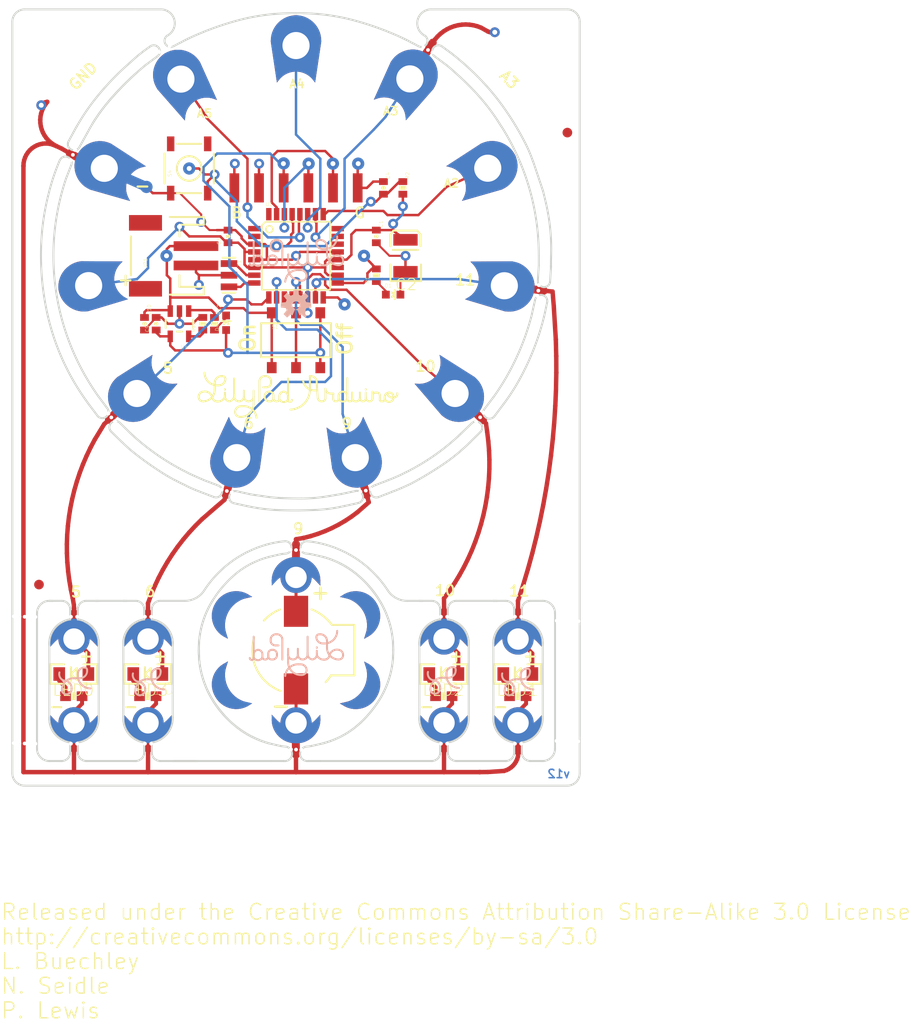
<source format=kicad_pcb>
(kicad_pcb (version 20211014) (generator pcbnew)
  (layers (0 "F.Cu" signal) (31 "B.Cu" signal) (34 "B.Paste" user) (35 "F.Paste" user) (36 "B.SilkS" user "B.Silkscreen") (37 "F.SilkS" user "F.Silkscreen") (38 "B.Mask" user) (39 "F.Mask" user) (44 "Edge.Cuts" user))
  (net 0 "")
  (net 1 "N$18")
  (net 2 "N$21")
  (net 3 "N$24")
  (net 4 "N$27")
  (net 5 "GND")
  (net 6 "VCC")
  (net 7 "RST")
  (net 8 "D11")
  (net 9 "D13")
  (net 10 "RXI")
  (net 11 "TXO")
  (net 12 "D5")
  (net 13 "N$2")
  (net 14 "D9")
  (net 15 "N$1")
  (net 16 "N$3")
  (net 17 "DTR")
  (net 18 "D6")
  (net 19 "D10")
  (net 20 "VBATT")
  (net 21 "N$33")
  (net 22 "FTDI_VCC")
  (net 23 "A2")
  (net 24 "A3")
  (net 25 "A4")
  (net 26 "A5")
  (net 27 "STAT")
  (net 28 "PROG")
  (net 29 "A0")
  (net 30 "A7")
  (net 31 "D2")
  (net 32 "D3")
  (net 33 "D4")
  (net 34 "D8")
  (net 35 "D7")
  (net 36 "D12")
  (net 37 "A6")
  (net 38 "A1")
  (footprint "" (layer "F.Cu") (at 164.0611 140.680878)
    (fp_text reference "@HOLE62" hide)
    (fp_text value "")
  )
  (footprint "boardEagle:LED-0603" (layer "F.Cu") (at 141.3012 97.298978)
    (fp_text reference "D4")
    (fp_text value "Yellow")
  )
  (footprint "" (layer "F.Cu") (at 121.6711 127.617678)
    (fp_text reference "@HOLE27" hide)
    (fp_text value "")
  )
  (footprint "" (layer "F.Cu") (at 176.4385 140.431978)
    (fp_text reference "@HOLE44" hide)
    (fp_text value "")
  )
  (footprint "boardEagle:0402-RES" (layer "F.Cu") (at 140.1011 97.398978 -90)
    (fp_text reference "R12")
    (fp_text value "330")
  )
  (footprint "" (layer "F.Cu") (at 148.5036 141.287978)
    (fp_text reference "@HOLE24" hide)
    (fp_text value "")
  )
  (footprint "" (layer "F.Cu") (at 155.6842 114.597678)
    (fp_text reference "@HOLE12" hide)
    (fp_text value "")
  )
  (footprint "" (layer "F.Cu") (at 125.9611 127.599878)
    (fp_text reference "@HOLE50" hide)
    (fp_text value "")
  )
  (footprint "boardEagle:PETAL-NOHOLE-2SIDE" (layer "F.Cu") (at 142.0059 134.789078 -60)
    (fp_text reference "UNK1" hide)
    (fp_text value "SEWTAP-NOHOLE2" hide)
  )
  (footprint "boardEagle:PETAL-NOHOLE-2SIDE" (layer "F.Cu") (at 142.0035 127.284978 -120)
    (fp_text reference "UNK2" hide)
    (fp_text value "SEWTAP-NOHOLE2" hide)
  )
  (footprint "" (layer "F.Cu") (at 177.5536 140.449778)
    (fp_text reference "@HOLE42" hide)
    (fp_text value "")
  )
  (footprint "" (layer "F.Cu") (at 167.4597 107.046278)
    (fp_text reference "@HOLE9" hide)
    (fp_text value "")
  )
  (footprint "boardEagle:TACTILE_SWITCH_SMD" (layer "F.Cu") (at 137.5012 81.398978 90)
    (fp_text reference "S4")
    (fp_text value "Reset")
  )
  (footprint "" (layer "F.Cu") (at 167.0736 107.505978)
    (fp_text reference "@HOLE11" hide)
    (fp_text value "")
  )
  (footprint "" (layer "F.Cu") (at 120.5509 140.660578)
    (fp_text reference "@HOLE34" hide)
    (fp_text value "")
  )
  (footprint "boardEagle:PETAL-SMALL-2SIDE" (layer "F.Cu") (at 148.5035 138.543278)
    (fp_text reference "U$32-0" hide)
    (fp_text value "SEWTAP6" hide)
  )
  (footprint "" (layer "F.Cu") (at 173.5099 93.431878)
    (fp_text reference "@HOLE7" hide)
    (fp_text value "")
  )
  (footprint "" (layer "F.Cu") (at 141.3764 114.638278)
    (fp_text reference "@HOLE15" hide)
    (fp_text value "")
  )
  (footprint "" (layer "F.Cu") (at 147.9423 120.701278)
    (fp_text reference "@HOLE23" hide)
    (fp_text value "")
  )
  (footprint "" (layer "F.Cu") (at 177.0049 140.439678)
    (fp_text reference "@HOLE43" hide)
    (fp_text value "")
  )
  (footprint "boardEagle:0402-CAP" (layer "F.Cu") (at 156.7712 88.398978 -90)
    (fp_text reference "C1")
    (fp_text value "0.1uF")
  )
  (footprint "boardEagle:0603-RES" (layer "F.Cu") (at 125.6211 135.788078)
    (fp_text reference "R7")
    (fp_text value "100")
  )
  (footprint "boardEagle:PETAL-SMALL-2SIDE" (layer "F.Cu") (at 163.7411 138.532078)
    (fp_text reference "LED-2" hide)
    (fp_text value "SEWTAP6" hide)
  )
  (footprint "boardEagle:LOGO-LPA" (layer "F.Cu") (at 148.5011 104.398978)
    (fp_text reference "LOGO0" hide)
    (fp_text value "LOGO-LPLPA" hide)
  )
  (footprint "" (layer "F.Cu") (at 147.9855 141.267678)
    (fp_text reference "@HOLE26" hide)
    (fp_text value "")
  )
  (footprint "" (layer "F.Cu") (at 119.4435 127.561778)
    (fp_text reference "@HOLE31" hide)
    (fp_text value "")
  )
  (footprint "" (layer "F.Cu") (at 163.4261 127.599878)
    (fp_text reference "@HOLE55" hide)
    (fp_text value "")
  )
  (footprint "boardEagle:TQFP32-08" (layer "F.Cu") (at 148.5011 90.398878)
    (fp_text reference "U1")
    (fp_text value "ATMEGA328")
  )
  (footprint "boardEagle:0603-RES" (layer "F.Cu") (at 133.2411 135.788078)
    (fp_text reference "R10")
    (fp_text value "100")
  )
  (footprint "boardEagle:0402-RES" (layer "F.Cu") (at 159.5012 83.398978 -90)
    (fp_text reference "R2")
    (fp_text value "10K")
  )
  (footprint "" (layer "F.Cu") (at 149.0421 120.719078)
    (fp_text reference "@HOLE22" hide)
    (fp_text value "")
  )
  (footprint "boardEagle:PETAL-SMALL-2SIDE" (layer "F.Cu") (at 148.5036 123.543578 180)
    (fp_text reference "U$33+0" hide)
    (fp_text value "SEWTAP6" hide)
  )
  (footprint "boardEagle:PETAL-LONG-1-2SIDE" (layer "F.Cu") (at 148.5011 68.698978 -90)
    (fp_text reference "A4/18" hide)
    (fp_text value "SEWTAP9" hide)
  )
  (footprint "" (layer "F.Cu") (at 175.326 140.393878)
    (fp_text reference "@HOLE46" hide)
    (fp_text value "")
  )
  (footprint "" (layer "F.Cu") (at 162.5524 69.449178)
    (fp_text reference "@HOLE4" hide)
    (fp_text value "")
  )
  (footprint "boardEagle:0603-RES" (layer "F.Cu") (at 171.3411 135.788078)
    (fp_text reference "R8")
    (fp_text value "100")
  )
  (footprint "boardEagle:PETAL-LONG-1-2SIDE" (layer "F.Cu") (at 164.9011 104.608978 139.1)
    (fp_text reference "U$39" hide)
    (fp_text value "SEWTAP9" hide)
  )
  (footprint "" (layer "F.Cu") (at 121.1224 127.607578)
    (fp_text reference "@HOLE28" hide)
    (fp_text value "")
  )
  (footprint "" (layer "F.Cu") (at 171.0461 127.599878)
    (fp_text reference "@HOLE57" hide)
    (fp_text value "")
  )
  (footprint "" (layer "F.Cu") (at 125.9611 140.680878)
    (fp_text reference "@HOLE58" hide)
    (fp_text value "")
  )
  (footprint "" (layer "F.Cu") (at 176.4665 128.041878)
    (fp_text reference "@HOLE39" hide)
    (fp_text value "")
  )
  (footprint "boardEagle:FIDUCIAL-1X2" (layer "F.Cu") (at 176.4411 77.699078)
    (fp_text reference "JP3" hide)
    (fp_text value "FIDUCIAL1X2" hide)
  )
  (footprint "boardEagle:PETAL-LONG-1-2SIDE" (layer "F.Cu") (at 168.2711 81.358978 -155.5)
    (fp_text reference "A2/16" hide)
    (fp_text value "SEWTAP9" hide)
  )
  (footprint "" (layer "F.Cu") (at 132.9461 140.680878)
    (fp_text reference "@HOLE61" hide)
    (fp_text value "")
  )
  (footprint "" (layer "F.Cu") (at 156.1922 114.457978)
    (fp_text reference "@HOLE13" hide)
    (fp_text value "")
  )
  (footprint "boardEagle:PETAL-SMALL-2SIDE" (layer "F.Cu") (at 163.7411 129.896078 180)
    (fp_text reference "LED+2" hide)
    (fp_text value "SEWTAP6" hide)
  )
  (footprint "" (layer "F.Cu") (at 134.3939 69.383078)
    (fp_text reference "@HOLE49" hide)
    (fp_text value "")
  )
  (footprint "boardEagle:PETAL-LONG-1-2SIDE" (layer "F.Cu") (at 154.6112 111.228978 106.3)
    (fp_text reference "U$37" hide)
    (fp_text value "SEWTAP9" hide)
  )
  (footprint "" (layer "F.Cu") (at 161.6126 68.882778)
    (fp_text reference "@HOLE5" hide)
    (fp_text value "")
  )
  (footprint "" (layer "F.Cu") (at 134.9477 69.098678)
    (fp_text reference "@HOLE47" hide)
    (fp_text value "")
  )
  (footprint "" (layer "F.Cu") (at 132.9461 127.599878)
    (fp_text reference "@HOLE53" hide)
    (fp_text value "")
  )
  (footprint "" (layer "F.Cu") (at 121.1173 140.668278)
    (fp_text reference "@HOLE33" hide)
    (fp_text value "")
  )
  (footprint "boardEagle:PETAL-SMALL-2SIDE" (layer "F.Cu") (at 125.6411 129.896078 180)
    (fp_text reference "LED+0" hide)
    (fp_text value "SEWTAP6" hide)
  )
  (footprint "boardEagle:PETAL-LONG-1-2SIDE" (layer "F.Cu") (at 142.3911 111.228978 73.7)
    (fp_text reference "U$1" hide)
    (fp_text value "SEWTAP9" hide)
  )
  (footprint "" (layer "F.Cu") (at 173.3575 94.544378)
    (fp_text reference "@HOLE8" hide)
    (fp_text value "")
  )
  (footprint "boardEagle:0402-CAP" (layer "F.Cu") (at 157.5011 83.398878 -90)
    (fp_text reference "C4")
    (fp_text value "0.1uF")
  )
  (footprint "" (layer "F.Cu") (at 171.0461 140.680878)
    (fp_text reference "@HOLE65" hide)
    (fp_text value "")
  )
  (footprint "boardEagle:FIDUCIAL-1X2" (layer "F.Cu") (at 122.0343 124.282678)
    (fp_text reference "JP4" hide)
    (fp_text value "FIDUCIAL1X2" hide)
  )
  (footprint "" (layer "F.Cu") (at 171.6811 127.599878)
    (fp_text reference "@HOLE56" hide)
    (fp_text value "")
  )
  (footprint "" (layer "F.Cu") (at 125.5268 79.992678)
    (fp_text reference "@HOLE0" hide)
    (fp_text value "")
  )
  (footprint "boardEagle:PETAL-NOHOLE-2SIDE" (layer "F.Cu") (at 154.9986 134.793278 60)
    (fp_text reference "UNK4" hide)
    (fp_text value "SEWTAP-NOHOLE2" hide)
  )
  (footprint "" (layer "F.Cu") (at 125.3261 127.599878)
    (fp_text reference "@HOLE51" hide)
    (fp_text value "")
  )
  (footprint "boardEagle:BUZZER-CCV" (layer "F.Cu") (at 148.5011 131.039078 90)
    (fp_text reference "B1" hide)
    (fp_text value "Buzzer" hide)
  )
  (footprint "boardEagle:PETAL-NOHOLE-2SIDE" (layer "F.Cu") (at 154.9962 127.289078 120)
    (fp_text reference "UNK3" hide)
    (fp_text value "SEWTAP-NOHOLE2" hide)
  )
  (footprint "boardEagle:PETAL-SMALL-2SIDE" (layer "F.Cu") (at 133.2611 138.532078)
    (fp_text reference "LED-3" hide)
    (fp_text value "SEWTAP6" hide)
  )
  (footprint "" (layer "F.Cu") (at 164.0611 127.599878)
    (fp_text reference "@HOLE54" hide)
    (fp_text value "")
  )
  (footprint "" (layer "F.Cu") (at 177.5816 128.059678)
    (fp_text reference "@HOLE37" hide)
    (fp_text value "")
  )
  (footprint "" (layer "F.Cu") (at 171.6811 140.680878)
    (fp_text reference "@HOLE64" hide)
    (fp_text value "")
  )
  (footprint "" (layer "F.Cu") (at 119.4384 140.622478)
    (fp_text reference "@HOLE36" hide)
    (fp_text value "")
  )
  (footprint "boardEagle:PETAL-SMALL-2SIDE" (layer "F.Cu") (at 133.2611 129.896078 180)
    (fp_text reference "LED+3" hide)
    (fp_text value "SEWTAP6" hide)
  )
  (footprint "" (layer "F.Cu") (at 175.354 128.003778)
    (fp_text reference "@HOLE41" hide)
    (fp_text value "")
  )
  (footprint "" (layer "F.Cu") (at 173.4515 93.988078)
    (fp_text reference "@HOLE6" hide)
    (fp_text value "")
  )
  (footprint "boardEagle:LILYPAD-BRD-LAYERS-SMALL" (layer "F.Cu") (at 148.5011 131.039078 120)
    (fp_text reference "U$36" hide)
    (fp_text value "" hide)
  )
  (footprint "" (layer "F.Cu") (at 125.7402 79.489778)
    (fp_text reference "@HOLE1" hide)
    (fp_text value "")
  )
  (footprint "boardEagle:0402-CAP" (layer "F.Cu") (at 134.1011 97.398878 90)
    (fp_text reference "C9")
    (fp_text value "4.7uF")
  )
  (footprint "boardEagle:PETAL-LONG-1-2SIDE" (layer "F.Cu") (at 128.7311 81.368978 -24.5)
    (fp_text reference "U$43" hide)
    (fp_text value "SEWTAP9" hide)
  )
  (footprint "" (layer "F.Cu") (at 120.0328 140.652978)
    (fp_text reference "@HOLE35" hide)
    (fp_text value "")
  )
  (footprint "boardEagle:0402-CAP" (layer "F.Cu") (at 141.5011 88.398978 90)
    (fp_text reference "C3")
    (fp_text value "1.0uF")
  )
  (footprint "" (layer "F.Cu") (at 141.8717 114.783078)
    (fp_text reference "@HOLE16" hide)
    (fp_text value "")
  )
  (footprint "boardEagle:PETAL-LONG-1-2SIDE" (layer "F.Cu") (at 127.1192 93.474878 8.2)
    (fp_text reference "U$45" hide)
    (fp_text value "SEWTAP9" hide)
  )
  (footprint "" (layer "F.Cu") (at 129.1819 106.657578)
    (fp_text reference "@HOLE20" hide)
    (fp_text value "")
  )
  (footprint "boardEagle:PETAL-LONG-1-2SIDE" (layer "F.Cu") (at 132.1012 104.608978 40.9)
    (fp_text reference "U$41" hide)
    (fp_text value "SEWTAP9" hide)
  )
  (footprint "" (layer "F.Cu") (at 125.3261 140.680878)
    (fp_text reference "@HOLE59" hide)
    (fp_text value "")
  )
  (footprint "" (layer "F.Cu") (at 140.8557 114.498578)
    (fp_text reference "@HOLE17" hide)
    (fp_text value "")
  )
  (footprint "" (layer "F.Cu") (at 175.9484 128.034278)
    (fp_text reference "@HOLE40" hide)
    (fp_text value "")
  )
  (footprint "" (layer "F.Cu") (at 121.666 140.678378)
    (fp_text reference "@HOLE32" hide)
    (fp_text value "")
  )
  (footprint "boardEagle:SOT23-5" (layer "F.Cu") (at 136.5011 97.398978 180)
    (fp_text reference "U4")
    (fp_text value "MCP73831")
  )
  (footprint "" (layer "F.Cu") (at 129.8524 107.442478)
    (fp_text reference "@HOLE19" hide)
    (fp_text value "")
  )
  (footprint "boardEagle:PETAL-SMALL-2SIDE" (layer "F.Cu") (at 125.6411 138.532078)
    (fp_text reference "LED-0" hide)
    (fp_text value "SEWTAP6" hide)
  )
  (footprint "" (layer "F.Cu") (at 129.4867 107.056378)
    (fp_text reference "@HOLE18" hide)
    (fp_text value "")
  )
  (footprint "" (layer "F.Cu") (at 133.5811 127.599878)
    (fp_text reference "@HOLE52" hide)
    (fp_text value "")
  )
  (footprint "" (layer "F.Cu") (at 135.4811 68.793878)
    (fp_text reference "@HOLE48" hide)
    (fp_text value "")
  )
  (footprint "" (layer "F.Cu") (at 120.0379 127.592278)
    (fp_text reference "@HOLE30" hide)
    (fp_text value "")
  )
  (footprint "" (layer "F.Cu") (at 177.0329 128.049578)
    (fp_text reference "@HOLE38" hide)
    (fp_text value "")
  )
  (footprint "boardEagle:PETAL-LONG-1-2SIDE" (layer "F.Cu") (at 160.2412 72.138978 -122.7)
    (fp_text reference "A3/17" hide)
    (fp_text value "SEWTAP9" hide)
  )
  (footprint "boardEagle:PETAL-LONG-1-2SIDE" (layer "F.Cu") (at 136.6331 72.162978 -57.3)
    (fp_text reference "A5/19" hide)
    (fp_text value "SEWTAP9" hide)
  )
  (footprint "boardEagle:LED-1206" (layer "F.Cu") (at 133.2411 133.502078 180)
    (fp_text reference "LED3")
    (fp_text value "White")
  )
  (footprint "boardEagle:LED-0603" (layer "F.Cu") (at 158.5011 94.398978 -90)
    (fp_text reference "D1")
    (fp_text value "Status")
  )
  (footprint "boardEagle:LED-1206" (layer "F.Cu") (at 171.3411 133.502078 180)
    (fp_text reference "LED1")
    (fp_text value "White")
  )
  (footprint "boardEagle:0402-RES" (layer "F.Cu") (at 156.7712 92.398978 90)
    (fp_text reference "R1")
    (fp_text value "330")
  )
  (footprint "boardEagle:EIA3528" (layer "F.Cu") (at 159.7711 90.398978 90)
    (fp_text reference "C2")
    (fp_text value "47uF")
  )
  (footprint "boardEagle:PETAL-LONG-1-2SIDE" (layer "F.Cu") (at 169.9811 93.488878 171.8)
    (fp_text reference "U$4" hide)
    (fp_text value "SEWTAP9" hide)
  )
  (footprint "boardEagle:LED-1206" (layer "F.Cu") (at 125.6211 133.502078 180)
    (fp_text reference "LED0")
    (fp_text value "White")
  )
  (footprint "boardEagle:LED-1206" (layer "F.Cu") (at 163.7211 133.502078 180)
    (fp_text reference "LED2")
    (fp_text value "White")
  )
  (footprint "boardEagle:0402-RES" (layer "F.Cu") (at 138.9011 97.398878 90)
    (fp_text reference "R13")
    (fp_text value "10k")
  )
  (footprint "" (layer "F.Cu") (at 120.556 127.599878)
    (fp_text reference "@HOLE29" hide)
    (fp_text value "")
  )
  (footprint "boardEagle:AYZ0202" (layer "F.Cu") (at 148.5011 99.098978)
    (fp_text reference "S1")
    (fp_text value "On/Off")
  )
  (footprint "" (layer "F.Cu") (at 162.0901 69.184978)
    (fp_text reference "@HOLE3" hide)
    (fp_text value "")
  )
  (footprint "boardEagle:0402-CAP" (layer "F.Cu") (at 132.9012 97.398878 -90)
    (fp_text reference "C10")
    (fp_text value "4.7uF")
  )
  (footprint "boardEagle:JST-2-SMD" (layer "F.Cu") (at 134.5011 90.398878 90)
    (fp_text reference "JP1")
    (fp_text value "LiPo")
  )
  (footprint "" (layer "F.Cu") (at 163.4261 140.680878)
    (fp_text reference "@HOLE63" hide)
    (fp_text value "")
  )
  (footprint "boardEagle:PETAL-SMALL-2SIDE" (layer "F.Cu") (at 171.3611 138.532078)
    (fp_text reference "LED-1" hide)
    (fp_text value "SEWTAP6" hide)
  )
  (footprint "" (layer "F.Cu") (at 133.5811 140.680878)
    (fp_text reference "@HOLE60" hide)
    (fp_text value "")
  )
  (footprint "" (layer "F.Cu") (at 148.4986 120.726678)
    (fp_text reference "@HOLE21" hide)
    (fp_text value "")
  )
  (footprint "" (layer "F.Cu") (at 125.3007 80.526078)
    (fp_text reference "@HOLE2" hide)
    (fp_text value "")
  )
  (footprint "boardEagle:PETAL-SMALL-2SIDE" (layer "F.Cu") (at 171.3611 129.896078 180)
    (fp_text reference "LED+1" hide)
    (fp_text value "SEWTAP6" hide)
  )
  (footprint "boardEagle:0603-RES" (layer "F.Cu") (at 163.7211 135.788078)
    (fp_text reference "R9")
    (fp_text value "100")
  )
  (footprint "boardEagle:RESONATOR-SMD" (layer "F.Cu") (at 141.6011 92.398978 -90)
    (fp_text reference "Y1")
    (fp_text value "8MHz")
  )
  (footprint "" (layer "F.Cu") (at 175.9204 140.424378)
    (fp_text reference "@HOLE45" hide)
    (fp_text value "")
  )
  (footprint "" (layer "F.Cu") (at 155.133 114.706878)
    (fp_text reference "@HOLE14" hide)
    (fp_text value "")
  )
  (footprint "" (layer "F.Cu") (at 149.037 141.303178)
    (fp_text reference "@HOLE25" hide)
    (fp_text value "")
  )
  (footprint "boardEagle:1X06-SMD" (layer "F.Cu") (at 148.5011 78.398878 180)
    (fp_text reference "JP2" hide)
    (fp_text value "" hide)
  )
  (footprint "" (layer "F.Cu") (at 167.8153 106.594078)
    (fp_text reference "@HOLE10" hide)
    (fp_text value "")
  )
  (footprint "boardEagle:PAD.03X.05" (layer "B.Cu") (at 147.2311 80.874078 180)
    (fp_text reference "TP1" hide)
    (fp_text value "" hide)
  )
  (footprint "boardEagle:PAD.03X.05" (layer "B.Cu") (at 155.5012 90.398978 180)
    (fp_text reference "PP-SCK0" hide)
    (fp_text value "" hide)
  )
  (footprint "boardEagle:PAD.03X.05" (layer "B.Cu") (at 137.5012 81.398978 180)
    (fp_text reference "PP-RST0" hide)
    (fp_text value "" hide)
  )
  (footprint "boardEagle:PAD.03X.05" (layer "B.Cu") (at 133.1011 83.298978 180)
    (fp_text reference "PP-GND0" hide)
    (fp_text value "" hide)
  )
  (footprint "boardEagle:PAD.03X.05" (layer "B.Cu") (at 149.8011 80.898978 180)
    (fp_text reference "TP-RX0" hide)
    (fp_text value "" hide)
  )
  (footprint "boardEagle:PAD.03X.05" (layer "B.Cu") (at 135.1661 90.399078 180)
    (fp_text reference "TP2" hide)
    (fp_text value "" hide)
  )
  (footprint "boardEagle:PAD.03X.05" (layer "B.Cu") (at 153.5012 95.398978 180)
    (fp_text reference "PP-MISO0" hide)
    (fp_text value "" hide)
  )
  (footprint "boardEagle:LOGO-L" (layer "B.Cu") (at 163.6649 134.163278 90)
    (fp_text reference "LOGO5" hide)
    (fp_text value "LOGO-LPL" hide)
  )
  (footprint "boardEagle:PAD.03X.05" (layer "B.Cu") (at 154.9012 80.898978 180)
    (fp_text reference "TP-DTR0" hide)
    (fp_text value "" hide)
  )
  (footprint "boardEagle:OSHW-LOGO-S" (layer "B.Cu") (at 148.5011 95.479078 180)
    (fp_text reference "U$2" hide)
    (fp_text value "OSHW-LOGOS" hide)
  )
  (footprint "boardEagle:PAD.03X.05" (layer "B.Cu") (at 152.3011 80.898978 90)
    (fp_text reference "TP-TX0" hide)
    (fp_text value "" hide)
  )
  (footprint "boardEagle:LOGO-L" (layer "B.Cu") (at 133.2865 134.315678 90)
    (fp_text reference "LOGO6" hide)
    (fp_text value "LOGO-LPL" hide)
  )
  (footprint "boardEagle:LOGO-L" (layer "B.Cu") (at 171.3103 134.315678 90)
    (fp_text reference "LOGO4" hide)
    (fp_text value "LOGO-LPL" hide)
  )
  (footprint "boardEagle:LOGO-L" (layer "B.Cu") (at 125.7173 134.214078 90)
    (fp_text reference "LOGO3" hide)
    (fp_text value "LOGO-LPL" hide)
  )
  (footprint "boardEagle:LOGO-LILYPAD" (layer "B.Cu") (at 148.5011 131.039078 180)
    (fp_text reference "U$35" hide)
    (fp_text value "LOGO-LPLP" hide)
  )
  (footprint "boardEagle:LOGO-LILYPAD" (layer "B.Cu") (at 148.5011 90.399078 180)
    (fp_text reference "U$21" hide)
    (fp_text value "LOGO-LPLP" hide)
  )
  (gr_line (start 169.6314 77.048878) (end 169.4459 76.754178) (layer "Edge.Cuts") (width 0.2032))
  (gr_line (start 124.4117 140.274478) (end 124.5946 140.363378) (layer "Edge.Cuts") (width 0.2032))
  (gr_line (start 133.6497 140.548878) (end 133.6497 141.587678) (layer "Edge.Cuts") (width 0.2032))
  (gr_line (start 126.8705 140.274478) (end 126.6876 140.363378) (layer "Edge.Cuts") (width 0.2032))
  (gr_arc (start 163.3525 140.548878) (mid 163.015292 140.485415) (end 162.6946 140.363378) (layer "Edge.Cuts") (width 0.2032))
  (gr_arc (start 172.4076 140.363378) (mid 172.086907 140.485413) (end 171.7497 140.548878) (layer "Edge.Cuts") (width 0.2032))
  (gr_line (start 164.1297 127.879278) (end 164.1297 126.840478) (layer "Edge.Cuts") (width 0.2032))
  (gr_line (start 123.1011 130.454878) (end 123.1011 138.100278) (layer "Edge.Cuts") (width 0.2032))
  (gr_line (start 166.4767 109.558278) (end 166.3395 109.692878) (layer "Edge.Cuts") (width 0.2032))
  (gr_arc (start 134.404099 128.118077) (mid 135.425708 129.018713) (end 135.8011 130.327878) (layer "Edge.Cuts") (width 0.2032))
  (gr_arc (start 176.4411 64.999078) (mid 177.339126 65.371052) (end 177.7111 66.269078) (layer "Edge.Cuts") (width 0.2032))
  (gr_line (start 132.9979 70.751078) (end 134.179 69.875278) (layer "Edge.Cuts") (width 0.2032))
  (gr_line (start 174.0586 96.591578) (end 174.0129 96.774478) (layer "Edge.Cuts") (width 0.2032))
  (gr_arc (start 126.870399 128.153678) (mid 127.853608 129.117539) (end 128.1811 130.454878) (layer "Edge.Cuts") (width 0.2032))
  (gr_arc (start 165.3159 108.885178) (mid 161.870666 111.554005) (end 157.9855 113.528278) (layer "Edge.Cuts") (width 0.2032))
  (gr_line (start 165.5216 108.692178) (end 165.3159 108.885178) (layer "Edge.Cuts") (width 0.2032))
  (gr_line (start 170.9725 140.548878) (end 170.9725 141.587678) (layer "Edge.Cuts") (width 0.2032))
  (gr_line (start 165.0111 64.999078) (end 162.4711 64.999078) (layer "Edge.Cuts") (width 0.2032))
  (gr_arc (start 139.049799 124.884678) (mid 138.196891 125.67316) (end 137.0711 125.959078) (layer "Edge.Cuts") (width 0.2032))
  (gr_line (start 162.4711 125.959078) (end 161.2011 125.959078) (layer "Edge.Cuts") (width 0.2032))
  (gr_arc (start 153.0477 122.123678) (mid 155.433289 123.827336) (end 157.2387 126.136878) (layer "Edge.Cuts") (width 0.2032))
  (gr_line (start 163.3525 140.548878) (end 163.3525 141.587678) (layer "Edge.Cuts") (width 0.2032))
  (gr_arc (start 130.2055 73.358178) (mid 131.565902 72.013466) (end 132.9995 70.747078) (layer "Edge.Cuts") (width 0.2032))
  (gr_arc (start 132.2146 128.064778) (mid 132.535293 127.942743) (end 132.8725 127.879278) (layer "Edge.Cuts") (width 0.2032))
  (gr_line (start 121.8311 127.229078) (end 121.8311 141.199078) (layer "Edge.Cuts") (width 0.2032))
  (gr_arc (start 131.9911 125.959078) (mid 132.614344 126.217234) (end 132.8725 126.840478) (layer "Edge.Cuts") (width 0.2032))
  (gr_line (start 177.7111 143.739078) (end 177.7111 66.269078) (layer "Edge.Cuts") (width 0.2032))
  (gr_arc (start 143.9545 139.954478) (mid 141.56892 138.250868) (end 139.7635 135.941378) (layer "Edge.Cuts") (width 0.2032))
  (gr_line (start 167.5176 108.528178) (end 166.4652 109.564178) (layer "Edge.Cuts") (width 0.2032))
  (gr_line (start 175.1711 127.229078) (end 175.1711 141.199078) (layer "Edge.Cuts") (width 0.2032))
  (gr_arc (start 126.2177 79.160778) (mid 125.37375 79.467928) (end 125.0666 78.623978) (layer "Edge.Cuts") (width 0.2032))
  (gr_arc (start 130.7211 130.454878) (mid 131.021322 129.147254) (end 131.9657 128.194278) (layer "Edge.Cuts") (width 0.2032))
  (gr_arc (start 133.6497 126.840478) (mid 133.907856 126.217234) (end 134.5311 125.959078) (layer "Edge.Cuts") (width 0.2032))
  (gr_arc (start 151.3205 121.437878) (mid 152.201022 121.738161) (end 153.0477 122.123678) (layer "Edge.Cuts") (width 0.2032))
  (gr_arc (start 160.9776 113.538478) (mid 159.747624 114.165034) (end 158.4706 114.689078) (layer "Edge.Cuts") (width 0.2032))
  (gr_arc (start 173.9011 125.959078) (mid 174.799126 126.331052) (end 175.1711 127.229078) (layer "Edge.Cuts") (width 0.2032))
  (gr_arc (start 130.7211 125.959078) (mid 130.911604 125.959703) (end 131.1021 125.961578) (layer "Edge.Cuts") (width 0.2032))
  (gr_arc (start 163.3525 141.587678) (mid 163.094344 142.210922) (end 162.4711 142.469078) (layer "Edge.Cuts") (width 0.2032))
  (gr_arc (start 128.1811 137.973278) (mid 127.853609 139.310618) (end 126.8704 140.274479) (layer "Edge.Cuts") (width 0.2032))
  (gr_line (start 133.6497 127.879278) (end 133.6497 126.840478) (layer "Edge.Cuts") (width 0.2032))
  (gr_line (start 172.5905 128.153678) (end 172.4076 128.064778) (layer "Edge.Cuts") (width 0.2032))
  (gr_arc (start 153.3703 116.213078) (mid 152.052024 116.451244) (end 150.7185 116.578878) (layer "Edge.Cuts") (width 0.2032))
  (gr_arc (start 145.6817 140.640278) (mid 144.801178 140.339995) (end 143.9545 139.954478) (layer "Edge.Cuts") (width 0.2032))
  (gr_arc (start 166.2811 137.973278) (mid 165.953609 139.310618) (end 164.9704 140.274479) (layer "Edge.Cuts") (width 0.2032))
  (gr_arc (start 126.6876 140.363378) (mid 126.366907 140.485413) (end 126.0297 140.548878) (layer "Edge.Cuts") (width 0.2032))
  (gr_arc (start 125.2525 140.548878) (mid 124.915292 140.485415) (end 124.5946 140.363378) (layer "Edge.Cuts") (width 0.2032))
  (gr_line (start 161.2011 125.959078) (end 159.9311 125.959078) (layer "Edge.Cuts") (width 0.2032))
  (gr_arc (start 164.7876 140.363378) (mid 164.466907 140.485413) (end 164.1297 140.548878) (layer "Edge.Cuts") (width 0.2032))
  (gr_line (start 163.4963 68.798178) (end 164.4326 69.479678) (layer "Edge.Cuts") (width 0.2032))
  (gr_line (start 128.1811 137.973278) (end 128.1811 130.327878) (layer "Edge.Cuts") (width 0.2032))
  (gr_line (start 151.0411 142.469078) (end 162.4711 142.469078) (layer "Edge.Cuts") (width 0.2032))
  (gr_arc (start 165.0111 142.469078) (mid 164.387856 142.210922) (end 164.1297 141.587678) (layer "Edge.Cuts") (width 0.2032))
  (gr_arc (start 132.8725 140.548878) (mid 132.535292 140.485415) (end 132.2146 140.363378) (layer "Edge.Cuts") (width 0.2032))
  (gr_arc (start 138.745 113.396278) (mid 134.907688 111.375749) (end 131.4831 108.714978) (layer "Edge.Cuts") (width 0.2032))
  (gr_arc (start 156.948298 115.28068) (mid 156.159198 114.852213) (end 156.5876 114.063078) (layer "Edge.Cuts") (width 0.2032))
  (gr_line (start 131.9911 64.999078) (end 134.5311 64.999078) (layer "Edge.Cuts") (width 0.2032))
  (gr_arc (start 172.504099 128.118077) (mid 173.525708 129.018713) (end 173.9011 130.327878) (layer "Edge.Cuts") (width 0.2032))
  (gr_arc (start 145.8087 140.665578) (mid 143.703328 139.851401) (end 141.8717 138.532078) (layer "Edge.Cuts") (width 0.2032))
  (gr_line (start 164.0043 70.751078) (end 162.8232 69.875278) (layer "Edge.Cuts") (width 0.2032))
  (gr_line (start 125.2525 127.879278) (end 125.2525 126.840478) (layer "Edge.Cuts") (width 0.2032))
  (gr_line (start 128.0811 106.913078) (end 127.1913 105.734478) (layer "Edge.Cuts") (width 0.2032))
  (gr_arc (start 157.2387 126.136878) (mid 158.195636 128.478353) (end 158.5087 130.988378) (layer "Edge.Cuts") (width 0.2032))
  (gr_arc (start 147.4318 140.983178) (mid 148.093737 141.826196) (end 147.2361 142.469078) (layer "Edge.Cuts") (width 0.2032))
  (gr_arc (start 158.5087 130.988378) (mid 158.165963 133.69786) (end 157.0609 136.195379) (layer "Edge.Cuts") (width 0.2032))
  (gr_line (start 124.8613 82.309178) (end 124.7496 82.652078) (layer "Edge.Cuts") (width 0.2032))
  (gr_arc (start 141.8717 123.546078) (mid 143.703328 122.226755) (end 145.8087 121.412578) (layer "Edge.Cuts") (width 0.2032))
  (gr_line (start 159.7279 68.074978) (end 159.5552 67.993778) (layer "Edge.Cuts") (width 0.2032))
  (gr_line (start 170.1317 128.153678) (end 170.3146 128.064778) (layer "Edge.Cuts") (width 0.2032))
  (gr_line (start 134.5311 125.959078) (end 137.0711 125.959078) (layer "Edge.Cuts") (width 0.2032))
  (gr_arc (start 134.5311 142.469078) (mid 133.907856 142.210922) (end 133.6497 141.587678) (layer "Edge.Cuts") (width 0.2032))
  (gr_arc (start 139.9413 136.195278) (mid 138.836237 133.69776) (end 138.4935 130.988278) (layer "Edge.Cuts") (width 0.2032))
  (gr_line (start 171.7497 140.548878) (end 171.7497 141.587678) (layer "Edge.Cuts") (width 0.2032))
  (gr_line (start 173.7995 83.312478) (end 172.9207 80.696278) (layer "Edge.Cuts") (width 0.2032))
  (gr_arc (start 161.2011 130.454878) (mid 161.528592 129.117539) (end 162.511801 128.153678) (layer "Edge.Cuts") (width 0.2032))
  (gr_arc (start 151.6558 115.199678) (mid 150.365981 115.358877) (end 149.0675 115.412978) (layer "Edge.Cuts") (width 0.2032))
  (gr_line (start 132.8725 140.548878) (end 132.8725 141.587678) (layer "Edge.Cuts") (width 0.2032))
  (gr_line (start 163.3525 127.879278) (end 163.3525 126.840478) (layer "Edge.Cuts") (width 0.2032))
  (gr_arc (start 123.1011 130.454878) (mid 123.428592 129.117539) (end 124.411801 128.153678) (layer "Edge.Cuts") (width 0.2032))
  (gr_line (start 164.4447 69.484678) (end 164.5615 69.576178) (layer "Edge.Cuts") (width 0.2032))
  (gr_arc (start 131.8133 110.696178) (mid 131.205851 110.185408) (end 130.6297 109.639578) (layer "Edge.Cuts") (width 0.2032))
  (gr_arc (start 154.5966 114.647478) (mid 155.385799 115.076044) (end 154.957298 115.865278) (layer "Edge.Cuts") (width 0.2032))
  (gr_arc (start 139.0498 124.884678) (mid 141.831801 121.93703) (end 145.476 120.162778) (layer "Edge.Cuts") (width 0.2032))
  (gr_arc (start 162.6946 128.064778) (mid 163.015293 127.942743) (end 163.3525 127.879278) (layer "Edge.Cuts") (width 0.2032))
  (gr_arc (start 132.118099 140.310079) (mid 131.09649 139.409442) (end 130.7211 138.100278) (layer "Edge.Cuts") (width 0.2032))
  (gr_arc (start 173.9468 83.762078) (mid 174.091009 84.355959) (end 174.2313 84.950778) (layer "Edge.Cuts") (width 0.2032))
  (gr_arc (start 126.0297 127.879278) (mid 126.366908 127.942741) (end 126.6876 128.064778) (layer "Edge.Cuts") (width 0.2032))
  (gr_line (start 119.2911 66.269078) (end 119.2911 143.739078) (layer "Edge.Cuts") (width 0.2032))
  (gr_line (start 142.0615 115.888978) (end 143.557 116.218678) (layer "Edge.Cuts") (width 0.2032))
  (gr_line (start 134.4905 140.274478) (end 134.3076 140.363378) (layer "Edge.Cuts") (width 0.2032))
  (gr_line (start 143.9252 115.005878) (end 142.4328 114.674478) (layer "Edge.Cuts") (width 0.2032))
  (gr_arc (start 174.6627 93.088278) (mid 173.945557 93.628678) (end 173.4051 92.911578) (layer "Edge.Cuts") (width 0.2032))
  (gr_arc (start 166.5663 107.686578) (mid 167.46275 107.631728) (end 167.5176 108.528178) (layer "Edge.Cuts") (width 0.2032))
  (gr_arc (start 171.4449 103.261678) (mid 170.704137 104.490492) (end 169.8828 105.666978) (layer "Edge.Cuts") (width 0.2032))
  (gr_line (start 134.4905 128.153678) (end 134.3076 128.064778) (layer "Edge.Cuts") (width 0.2032))
  (gr_arc (start 123.1011 125.959078) (mid 123.291604 125.959703) (end 123.4821 125.961578) (layer "Edge.Cuts") (width 0.2032))
  (gr_arc (start 142.4254 66.159878) (mid 145.447599 65.562517) (end 148.524 65.400378) (layer "Edge.Cuts") (width 0.2032))
  (gr_arc (start 131.5314 70.378778) (mid 132.400541 69.624897) (end 133.3221 68.936078) (layer "Edge.Cuts") (width 0.2032))
  (gr_arc (start 164.970399 128.153678) (mid 165.953608 129.117539) (end 166.2811 130.454878) (layer "Edge.Cuts") (width 0.2032))
  (gr_arc (start 145.8088 140.665678) (mid 144.864102 140.355832) (end 143.9545 139.954478) (layer "Edge.Cuts") (width 0.2032))
  (gr_arc (start 124.4118 140.274478) (mid 123.428591 139.310617) (end 123.1011 137.973278) (layer "Edge.Cuts") (width 0.2032))
  (gr_line (start 172.6311 125.959078) (end 173.9011 125.959078) (layer "Edge.Cuts") (width 0.2032))
  (gr_line (start 126.0297 140.548878) (end 126.0297 141.587678) (layer "Edge.Cuts") (width 0.2032))
  (gr_arc (start 140.4499 114.062978) (mid 140.871499 114.855914) (end 140.078598 115.277579) (layer "Edge.Cuts") (width 0.2032))
  (gr_arc (start 168.8963 106.97728) (mid 168.000043 107.032029) (end 167.9452 106.135778) (layer "Edge.Cuts") (width 0.2032))
  (gr_line (start 127.8509 125.959078) (end 130.7211 125.959078) (layer "Edge.Cuts") (width 0.2032))
  (gr_arc (start 145.476 120.162778) (mid 146.400435 119.948434) (end 147.3403 119.817378) (layer "Edge.Cuts") (width 0.2032))
  (gr_line (start 164.9705 140.274478) (end 164.7876 140.363378) (layer "Edge.Cuts") (width 0.2032))
  (gr_line (start 158.3742 114.728478) (end 158.5112 114.672078) (layer "Edge.Cuts") (width 0.2032))
  (gr_line (start 143.5553 116.215478) (end 143.7007 116.244078) (layer "Edge.Cuts") (width 0.2032))
  (gr_line (start 132.0267 71.575178) (end 131.8743 71.717378) (layer "Edge.Cuts") (width 0.2032))
  (gr_arc (start 136.332 113.673078) (mid 135.53945 113.25412) (end 134.7699 112.794278) (layer "Edge.Cuts") (width 0.2032))
  (gr_arc (start 169.6339 77.038678) (mid 172.521341 83.429092) (end 173.4947 90.373678) (layer "Edge.Cuts") (width 0.2032))
  (gr_arc (start 169.6644 74.805978) (mid 170.995461 76.798216) (end 172.1587 78.892878) (layer "Edge.Cuts") (width 0.2032))
  (gr_arc (start 147.4318 140.983178) (mid 147.149598 140.957772) (end 146.8704 140.909478) (layer "Edge.Cuts") (width 0.2032))
  (gr_arc (start 133.5059 68.798178) (mid 134.38105 69.000147) (end 134.179 69.875278) (layer "Edge.Cuts") (width 0.2032))
  (gr_arc (start 145.6715 121.445478) (mid 146.269919 121.302613) (end 146.8704 121.168678) (layer "Edge.Cuts") (width 0.2032))
  (gr_arc (start 177.7111 143.739078) (mid 177.339126 144.637104) (end 176.4411 145.009078) (layer "Edge.Cuts") (width 0.2032))
  (gr_line (start 165.0111 142.469078) (end 170.0911 142.469078) (layer "Edge.Cuts") (width 0.2032))
  (gr_arc (start 134.404099 128.118077) (mid 135.425708 129.018713) (end 135.8011 130.327878) (layer "Edge.Cuts") (width 0.2032))
  (gr_arc (start 149.0675 115.412978) (mid 148.099553 115.403954) (end 147.132 115.374878) (layer "Edge.Cuts") (width 0.2032))
  (gr_arc (start 134.7699 112.794278) (mid 133.26412 111.783953) (end 131.8133 110.696178) (layer "Edge.Cuts") (width 0.2032))
  (gr_line (start 162.5117 128.153678) (end 162.6946 128.064778) (layer "Edge.Cuts") (width 0.2032))
  (gr_arc (start 173.9011 137.973278) (mid 173.573609 139.310618) (end 172.5904 140.274479) (layer "Edge.Cuts") (width 0.2032))
  (gr_line (start 145.9611 142.469078) (end 135.8011 142.469078) (layer "Edge.Cuts") (width 0.2032))
  (gr_arc (start 132.8725 141.587678) (mid 132.614344 142.210922) (end 131.9911 142.469078) (layer "Edge.Cuts") (width 0.2032))
  (gr_line (start 135.8011 137.973278) (end 135.8011 130.327878) (layer "Edge.Cuts") (width 0.2032))
  (gr_line (start 151.0411 142.469178) (end 149.7965 142.469178) (layer "Edge.Cuts") (width 0.2032))
  (gr_arc (start 172.504099 128.118077) (mid 173.525708 129.018713) (end 173.9011 130.327878) (layer "Edge.Cuts") (width 0.2032))
  (gr_line (start 158.0149 113.515678) (end 156.5876 114.063078) (layer "Edge.Cuts") (width 0.2032))
  (gr_arc (start 170.9725 141.587678) (mid 170.714344 142.210922) (end 170.0911 142.469078) (layer "Edge.Cuts") (width 0.2032))
  (gr_arc (start 150.7185 116.578878) (mid 148.769446 116.640164) (end 146.8196 116.614378) (layer "Edge.Cuts") (width 0.2032))
  (gr_arc (start 162.4711 125.959078) (mid 163.094344 126.217234) (end 163.3525 126.840478) (layer "Edge.Cuts") (width 0.2032))
  (gr_line (start 127.2057 105.760978) (end 126.8197 105.217478) (layer "Edge.Cuts") (width 0.2032))
  (gr_arc (start 151.5262 120.162778) (mid 155.170399 121.93703) (end 157.9524 124.884678) (layer "Edge.Cuts") (width 0.2032))
  (gr_arc (start 170.0911 125.959078) (mid 170.714344 126.217234) (end 170.9725 126.840478) (layer "Edge.Cuts") (width 0.2032))
  (gr_arc (start 138.4935 131.089778) (mid 138.836237 128.380296) (end 139.9413 125.882778) (layer "Edge.Cuts") (width 0.2032))
  (gr_arc (start 135.8011 137.973278) (mid 135.473609 139.310618) (end 134.4904 140.274479) (layer "Edge.Cuts") (width 0.2032))
  (gr_line (start 125.2525 140.548878) (end 125.2525 141.587678) (layer "Edge.Cuts") (width 0.2032))
  (gr_arc (start 172.7276 96.667778) (mid 171.16337 100.974234) (end 168.8567 104.932978) (layer "Edge.Cuts") (width 0.2032))
  (gr_arc (start 164.5615 69.576178) (mid 166.238693 70.998935) (end 167.8 72.547978) (layer "Edge.Cuts") (width 0.2032))
  (gr_line (start 130.5325 109.550878) (end 130.6407 109.652178) (layer "Edge.Cuts") (width 0.2032))
  (gr_arc (start 172.6311 142.469078) (mid 172.007856 142.210922) (end 171.7497 141.587678) (layer "Edge.Cuts") (width 0.2032))
  (gr_line (start 173.9011 142.469078) (end 172.6311 142.469078) (layer "Edge.Cuts") (width 0.2032))
  (gr_arc (start 135.9361 68.771278) (mid 135.0611 68.569278) (end 135.2631 67.694278) (layer "Edge.Cuts") (width 0.2032))
  (gr_line (start 140.0786 115.277578) (end 138.6994 114.749578) (layer "Edge.Cuts") (width 0.2032))
  (gr_arc (start 120.5611 145.009078) (mid 119.663074 144.637104) (end 119.2911 143.739078) (layer "Edge.Cuts") (width 0.2032))
  (gr_line (start 174.7515 91.561778) (end 174.757 91.413778) (layer "Edge.Cuts") (width 0.2032))
  (gr_line (start 124.8714 82.313478) (end 125.3462 81.072278) (layer "Edge.Cuts") (width 0.2032))
  (gr_arc (start 157.0609 125.882878) (mid 158.165963 128.380396) (end 158.5087 131.089878) (layer "Edge.Cuts") (width 0.2032))
  (gr_line (start 173.8986 83.607078) (end 173.7995 83.312478) (layer "Edge.Cuts") (width 0.2032))
  (gr_line (start 123.0833 83.769678) (end 123.1519 83.515678) (layer "Edge.Cuts") (width 0.2032))
  (gr_line (start 127.0141 77.724278) (end 126.2177 79.160778) (layer "Edge.Cuts") (width 0.2032))
  (gr_line (start 124.3711 142.469078) (end 123.1011 142.469078) (layer "Edge.Cuts") (width 0.2032))
  (gr_line (start 125.0666 78.623978) (end 125.8525 77.174278) (layer "Edge.Cuts") (width 0.2032))
  (gr_arc (start 161.2011 130.454878) (mid 161.501322 129.147254) (end 162.4457 128.194278) (layer "Edge.Cuts") (width 0.2032))
  (gr_arc (start 154.5768 66.159878) (mid 157.105711 66.969026) (end 159.5552 67.993778) (layer "Edge.Cuts") (width 0.2032))
  (gr_arc (start 151.3307 140.632678) (mid 150.732281 140.775543) (end 150.1318 140.909478) (layer "Edge.Cuts") (width 0.2032))
  (gr_arc (start 138.4935 114.671278) (mid 137.836684 114.400469) (end 137.193 114.099778) (layer "Edge.Cuts") (width 0.2032))
  (gr_arc (start 161.2011 125.959078) (mid 161.391604 125.959703) (end 161.5821 125.961578) (layer "Edge.Cuts") (width 0.2032))
  (gr_arc (start 134.5311 64.999078) (mid 135.973443 66.074792) (end 135.232098 67.71428) (layer "Edge.Cuts") (width 0.2032))
  (gr_line (start 174.6627 93.088278) (end 174.7544 91.559678) (layer "Edge.Cuts") (width 0.2032))
  (gr_arc (start 124.5946 128.064778) (mid 124.915293 127.942743) (end 125.2525 127.879278) (layer "Edge.Cuts") (width 0.2032))
  (gr_line (start 138.3411 142.469078) (end 134.5311 142.469078) (layer "Edge.Cuts") (width 0.2032))
  (gr_line (start 137.193 114.099778) (end 136.332 113.673078) (layer "Edge.Cuts") (width 0.2032))
  (gr_arc (start 150.1318 121.168678) (mid 150.732281 121.302613) (end 151.3307 121.445478) (layer "Edge.Cuts") (width 0.2032))
  (gr_line (start 168.8963 106.977278) (end 169.8165 105.753278) (layer "Edge.Cuts") (width 0.2032))
  (gr_arc (start 162.5118 140.274478) (mid 161.528591 139.310617) (end 161.2011 137.973278) (layer "Edge.Cuts") (width 0.2032))
  (gr_line (start 172.7962 96.408678) (end 172.7276 96.667778) (layer "Edge.Cuts") (width 0.2032))
  (gr_arc (start 126.8197 105.217478) (mid 124.42275 101.011189) (end 122.9055 96.413778) (layer "Edge.Cuts") (width 0.2032))
  (gr_arc (start 128.188699 104.935478) (mid 123.813117 94.203696) (end 124.7496 82.652078) (layer "Edge.Cuts") (width 0.2032))
  (gr_line (start 131.4871 108.721078) (end 130.3972 107.649278) (layer "Edge.Cuts") (width 0.2032))
  (gr_arc (start 172.590399 128.153678) (mid 173.573608 129.117539) (end 173.9011 130.454878) (layer "Edge.Cuts") (width 0.2032))
  (gr_arc (start 166.7967 73.358178) (mid 168.206858 74.989435) (end 169.4459 76.754178) (layer "Edge.Cuts") (width 0.2032))
  (gr_arc (start 170.3146 128.064778) (mid 170.635293 127.942743) (end 170.9725 127.879278) (layer "Edge.Cuts") (width 0.2032))
  (gr_arc (start 146.8704 140.909478) (mid 146.269919 140.775543) (end 145.6715 140.632678) (layer "Edge.Cuts") (width 0.2032))
  (gr_arc (start 147.132 115.374878) (mid 146.157819 115.308137) (end 145.1889 115.186978) (layer "Edge.Cuts") (width 0.2032))
  (gr_arc (start 146.8704 121.168678) (mid 147.149598 121.120386) (end 147.4318 121.094978) (layer "Edge.Cuts") (width 0.2032))
  (gr_arc (start 142.061498 115.888979) (mid 141.639949 115.096093) (end 142.4328 114.674478) (layer "Edge.Cuts") (width 0.2032))
  (gr_line (start 164.9705 128.153678) (end 164.7876 128.064778) (layer "Edge.Cuts") (width 0.2032))
  (gr_arc (start 127.5563 76.754178) (mid 128.795342 74.989435) (end 130.2055 73.358178) (layer "Edge.Cuts") (width 0.2032))
  (gr_arc (start 163.6166 111.912878) (mid 162.313392 112.752127) (end 160.9776 113.538478) (layer "Edge.Cuts") (width 0.2032))
  (gr_line (start 169.8129 105.753478) (end 169.8991 105.632978) (layer "Edge.Cuts") (width 0.2032))
  (gr_line (start 168.8655 104.915278) (end 167.9452 106.135778) (layer "Edge.Cuts") (width 0.2032))
  (gr_arc (start 122.9055 96.413778) (mid 122.343846 92.77096) (end 122.268 89.085878) (layer "Edge.Cuts") (width 0.2032))
  (gr_arc (start 138.4935 131.089878) (mid 138.836237 128.380396) (end 139.9413 125.882878) (layer "Edge.Cuts") (width 0.2032))
  (gr_arc (start 171.7497 127.879278) (mid 172.086908 127.942741) (end 172.4076 128.064778) (layer "Edge.Cuts") (width 0.2032))
  (gr_arc (start 166.3395 109.692878) (mid 165.029049 110.86543) (end 163.6166 111.912878) (layer "Edge.Cuts") (width 0.2032))
  (gr_line (start 129.4387 108.482478) (end 130.5322 109.554478) (layer "Edge.Cuts") (width 0.2032))
  (gr_arc (start 134.490399 128.153678) (mid 135.473608 129.117539) (end 135.8011 130.454878) (layer "Edge.Cuts") (width 0.2032))
  (gr_arc (start 146.8196 116.614378) (mid 145.231833 116.491283) (end 143.6599 116.235978) (layer "Edge.Cuts") (width 0.2032))
  (gr_arc (start 155.1305 123.546078) (mid 156.170875 124.652377) (end 157.0609 125.882878) (layer "Edge.Cuts") (width 0.2032))
  (gr_arc (start 164.1297 127.879278) (mid 164.466908 127.942741) (end 164.7876 128.064778) (layer "Edge.Cuts") (width 0.2032))
  (gr_line (start 145.2067 115.184378) (end 143.8935 114.998978) (layer "Edge.Cuts") (width 0.2032))
  (gr_arc (start 126.784099 128.118077) (mid 127.805708 129.018713) (end 128.1811 130.327878) (layer "Edge.Cuts") (width 0.2032))
  (gr_arc (start 139.9413 125.882878) (mid 140.831325 124.652377) (end 141.8717 123.546078) (layer "Edge.Cuts") (width 0.2032))
  (gr_arc (start 132.0318 140.274478) (mid 131.048591 139.310617) (end 130.7211 137.973278) (layer "Edge.Cuts") (width 0.2032))
  (gr_arc (start 155.1305 138.532078) (mid 153.298872 139.851401) (end 151.1935 140.665579) (layer "Edge.Cuts") (width 0.2032))
  (gr_arc (start 157.0609 136.195278) (mid 156.170875 137.425779) (end 155.1305 138.532078) (layer "Edge.Cuts") (width 0.2032))
  (gr_arc (start 170.1318 140.274478) (mid 169.148591 139.310617) (end 168.8211 137.973278) (layer "Edge.Cuts") (width 0.2032))
  (gr_arc (start 172.9232 80.703878) (mid 172.885022 80.619876) (end 172.8521 80.533678) (layer "Edge.Cuts") (width 0.2032))
  (gr_arc (start 124.3711 125.959078) (mid 124.994344 126.217234) (end 125.2525 126.840478) (layer "Edge.Cuts") (width 0.2032))
  (gr_arc (start 133.6497 127.879278) (mid 133.986908 127.942741) (end 134.3076 128.064778) (layer "Edge.Cuts") (width 0.2032))
  (gr_line (start 162.5117 140.274478) (end 162.6946 140.363378) (layer "Edge.Cuts") (width 0.2032))
  (gr_line (start 126.9111 125.959078) (end 128.1811 125.959078) (layer "Edge.Cuts") (width 0.2032))
  (gr_arc (start 173.1112 94.965678) (mid 173.8285 94.425178) (end 174.369 95.142478) (layer "Edge.Cuts") (width 0.2032))
  (gr_line (start 137.2743 68.074978) (end 137.447 67.993778) (layer "Edge.Cuts") (width 0.2032))
  (gr_arc (start 161.7701 67.714279) (mid 161.028757 66.074791) (end 162.4711 64.999078) (layer "Edge.Cuts") (width 0.2032))
  (gr_line (start 131.9911 142.469078) (end 126.9111 142.469078) (layer "Edge.Cuts") (width 0.2032))
  (gr_arc (start 174.7545 91.455678) (mid 174.755491 90.934913) (end 174.7672 90.414278) (layer "Edge.Cuts") (width 0.2032))
  (gr_line (start 124.4117 128.153678) (end 124.5946 128.064778) (layer "Edge.Cuts") (width 0.2032))
  (gr_line (start 173.4989 91.385778) (end 173.4051 92.911578) (layer "Edge.Cuts") (width 0.2032))
  (gr_line (start 153.1772 114.950678) (end 151.8488 115.171678) (layer "Edge.Cuts") (width 0.2032))
  (gr_arc (start 126.9111 142.469078) (mid 126.287856 142.210922) (end 126.0297 141.587678) (layer "Edge.Cuts") (width 0.2032))
  (gr_line (start 165.1127 64.999078) (end 176.4411 64.999078) (layer "Edge.Cuts") (width 0.2032))
  (gr_line (start 156.9483 115.280678) (end 158.3773 114.730278) (layer "Edge.Cuts") (width 0.2032))
  (gr_arc (start 129.4387 108.482478) (mid 129.50135 107.586628) (end 130.3972 107.649278) (layer "Edge.Cuts") (width 0.2032))
  (gr_arc (start 164.0027 70.747078) (mid 165.436298 72.013466) (end 166.7967 73.358178) (layer "Edge.Cuts") (width 0.2032))
  (gr_arc (start 122.268 89.085878) (mid 122.535918 86.401792) (end 123.0909 83.762078) (layer "Edge.Cuts") (width 0.2032))
  (gr_line (start 176.4411 145.009078) (end 120.5611 145.009078) (layer "Edge.Cuts") (width 0.2032))
  (gr_arc (start 148.4782 65.400378) (mid 151.5546 65.562519) (end 154.5768 66.159878) (layer "Edge.Cuts") (width 0.2032))
  (gr_arc (start 159.9311 125.959078) (mid 158.805315 125.673148) (end 157.9524 124.884679) (layer "Edge.Cuts") (width 0.2032))
  (gr_arc (start 170.9725 140.548878) (mid 170.635292 140.485415) (end 170.3146 140.363378) (layer "Edge.Cuts") (width 0.2032))
  (gr_line (start 128.1662 104.896978) (end 129.0396 106.079878) (layer "Edge.Cuts") (width 0.2032))
  (gr_line (start 125.8494 77.196178) (end 125.9434 77.031078) (layer "Edge.Cuts") (width 0.2032))
  (gr_line (start 153.5176 116.180078) (end 153.3703 116.213078) (layer "Edge.Cuts") (width 0.2032))
  (gr_arc (start 162.598099 140.310079) (mid 161.57649 139.409442) (end 161.2011 138.100278) (layer "Edge.Cuts") (width 0.2032))
  (gr_line (start 145.9611 142.469178) (end 147.2311 142.469078) (layer "Edge.Cuts") (width 0.2032))
  (gr_line (start 131.9911 125.959078) (end 130.7211 125.959078) (layer "Edge.Cuts") (width 0.2032))
  (gr_arc (start 174.2313 84.950778) (mid 174.677818 87.665013) (end 174.7672 90.414278) (layer "Edge.Cuts") (width 0.2032))
  (gr_arc (start 137.447 67.993778) (mid 139.896489 66.969025) (end 142.4254 66.159878) (layer "Edge.Cuts") (width 0.2032))
  (gr_line (start 139.0747 113.540478) (end 140.4499 114.062978) (layer "Edge.Cuts") (width 0.2032))
  (gr_arc (start 174.0129 96.774478) (mid 172.943418 100.102996) (end 171.4449 103.261678) (layer "Edge.Cuts") (width 0.2032))
  (gr_line (start 170.0911 125.959078) (end 168.8211 125.959078) (layer "Edge.Cuts") (width 0.2032))
  (gr_line (start 166.2811 137.973278) (end 166.2811 130.327878) (layer "Edge.Cuts") (width 0.2032))
  (gr_arc (start 134.3076 140.363378) (mid 133.986907 140.485413) (end 133.6497 140.548878) (layer "Edge.Cuts") (width 0.2032))
  (gr_arc (start 168.8211 125.959078) (mid 169.011604 125.959703) (end 169.2021 125.961578) (layer "Edge.Cuts") (width 0.2032))
  (gr_line (start 172.5905 140.274478) (end 172.4076 140.363378) (layer "Edge.Cuts") (width 0.2032))
  (gr_arc (start 149.5704 121.094979) (mid 148.962839 120.409389) (end 149.6619 119.817378) (layer "Edge.Cuts") (width 0.2032))
  (gr_arc (start 119.2911 66.269078) (mid 119.663074 65.371052) (end 120.5611 64.999078) (layer "Edge.Cuts") (width 0.2032))
  (gr_line (start 137.2918 68.064978) (end 135.9361 68.771278) (layer "Edge.Cuts") (width 0.2032))
  (gr_line (start 173.4972 91.384578) (end 173.4972 90.388878) (layer "Edge.Cuts") (width 0.2032))
  (gr_arc (start 172.1587 78.892878) (mid 172.532465 79.70184) (end 172.8521 80.533678) (layer "Edge.Cuts") (width 0.2032))
  (gr_arc (start 149.6619 119.817378) (mid 150.601766 119.948433) (end 151.5262 120.162778) (layer "Edge.Cuts") (width 0.2032))
  (gr_arc (start 123.1519 83.515678) (mid 123.615928 82.006844) (end 124.1831 80.533678) (layer "Edge.Cuts") (width 0.2032))
  (gr_line (start 159.7104 68.064978) (end 161.0661 68.771278) (layer "Edge.Cuts") (width 0.2032))
  (gr_arc (start 123.1011 142.469078) (mid 122.203074 142.097104) (end 121.8311 141.199078) (layer "Edge.Cuts") (width 0.2032))
  (gr_arc (start 149.794 142.463978) (mid 148.925014 141.837913) (end 149.5704 140.983179) (layer "Edge.Cuts") (width 0.2032))
  (gr_arc (start 168.8211 130.454878) (mid 169.148592 129.117539) (end 170.131801 128.153678) (layer "Edge.Cuts") (width 0.2032))
  (gr_arc (start 168.8211 130.454878) (mid 169.121322 129.147254) (end 170.0657 128.194278) (layer "Edge.Cuts") (width 0.2032))
  (gr_arc (start 125.9434 77.031078) (mid 126.902536 75.494891) (end 127.983 74.041478) (layer "Edge.Cuts") (width 0.2032))
  (gr_arc (start 127.983 74.041478) (mid 129.674463 72.132411) (end 131.5314 70.383878) (layer "Edge.Cuts") (width 0.2032))
  (gr_line (start 168.8211 130.454878) (end 168.8211 138.100278) (layer "Edge.Cuts") (width 0.2032))
  (gr_arc (start 125.2525 141.587678) (mid 124.994344 142.210922) (end 124.3711 142.469078) (layer "Edge.Cuts") (width 0.2032))
  (gr_arc (start 171.7497 126.840478) (mid 172.007856 126.217234) (end 172.6311 125.959078) (layer "Edge.Cuts") (width 0.2032))
  (gr_line (start 126.8705 128.153678) (end 126.6876 128.064778) (layer "Edge.Cuts") (width 0.2032))
  (gr_arc (start 161.7391 67.694278) (mid 161.9411 68.569278) (end 161.0661 68.771278) (layer "Edge.Cuts") (width 0.2032))
  (gr_arc (start 173.8782 83.566478) (mid 173.917187 83.662634) (end 173.9468 83.762078) (layer "Edge.Cuts") (width 0.2032))
  (gr_arc (start 143.954499 139.954478) (mid 141.56891 138.25082) (end 139.7635 135.941278) (layer "Edge.Cuts") (width 0.2032))
  (gr_arc (start 175.1711 141.199078) (mid 174.799126 142.097104) (end 173.9011 142.469078) (layer "Edge.Cuts") (width 0.2032))
  (gr_arc (start 141.8717 138.532078) (mid 140.831325 137.425779) (end 139.9413 136.195278) (layer "Edge.Cuts") (width 0.2032))
  (gr_line (start 138.7043 114.752578) (end 138.4935 114.671278) (layer "Edge.Cuts") (width 0.2032))
  (gr_line (start 133.4872 68.821778) (end 133.3221 68.936078) (layer "Edge.Cuts") (width 0.2032))
  (gr_line (start 131.8895 64.999078) (end 120.5611 64.999078) (layer "Edge.Cuts") (width 0.2032))
  (gr_line (start 164.1297 140.548878) (end 164.1297 141.587678) (layer "Edge.Cuts") (width 0.2032))
  (gr_line (start 171.7497 127.879278) (end 171.7497 126.840478) (layer "Edge.Cuts") (width 0.2032))
  (gr_arc (start 129.0396 106.079878) (mid 128.976863 106.975628) (end 128.0811 106.913078) (layer "Edge.Cuts") (width 0.2032))
  (gr_line (start 132.8725 127.879278) (end 132.8725 126.840478) (layer "Edge.Cuts") (width 0.2032))
  (gr_arc (start 126.784099 128.118077) (mid 127.805708 129.018713) (end 128.1811 130.327878) (layer "Edge.Cuts") (width 0.2032))
  (gr_line (start 165.5076 108.706878) (end 166.5663 107.686578) (layer "Edge.Cuts") (width 0.2032))
  (gr_line (start 170.1317 140.274478) (end 170.3146 140.363378) (layer "Edge.Cuts") (width 0.2032))
  (gr_arc (start 170.218099 140.310079) (mid 169.19649 139.409442) (end 168.8211 138.100278) (layer "Edge.Cuts") (width 0.2032))
  (gr_arc (start 130.7211 130.454878) (mid 131.048592 129.117539) (end 132.031801 128.153678) (layer "Edge.Cuts") (width 0.2032))
  (gr_arc (start 124.498099 140.310079) (mid 123.47649 139.409442) (end 123.1011 138.100278) (layer "Edge.Cuts") (width 0.2032))
  (gr_arc (start 167.8 72.547978) (mid 168.766169 73.64893) (end 169.6644 74.805978) (layer "Edge.Cuts") (width 0.2032))
  (gr_line (start 173.9011 137.973278) (end 173.9011 130.327878) (layer "Edge.Cuts") (width 0.2032))
  (gr_arc (start 129.2377 74.455478) (mid 130.519375 73.051161) (end 131.8743 71.717378) (layer "Edge.Cuts") (width 0.2032))
  (gr_arc (start 123.1011 130.454878) (mid 123.401322 129.147254) (end 124.3457 128.194278) (layer "Edge.Cuts") (width 0.2032))
  (gr_line (start 170.9725 127.879278) (end 170.9725 126.840478) (layer "Edge.Cuts") (width 0.2032))
  (gr_line (start 172.7916 96.400878) (end 173.1112 94.965678) (layer "Edge.Cuts") (width 0.2032))
  (gr_line (start 161.2011 130.454878) (end 161.2011 138.100278) (layer "Edge.Cuts") (width 0.2032))
  (gr_arc (start 127 77.760078) (mid 128.021417 76.041801) (end 129.2377 74.455478) (layer "Edge.Cuts") (width 0.2032))
  (gr_line (start 165.0111 125.959078) (end 168.8211 125.959078) (layer "Edge.Cuts") (width 0.2032))
  (gr_line (start 177.7111 139.929078) (end 177.7111 128.499078) (layer "Edge.Cuts") (width 0.2032))
  (gr_line (start 130.7211 130.454878) (end 130.7211 138.100278) (layer "Edge.Cuts") (width 0.2032))
  (gr_arc (start 151.1935 121.412578) (mid 153.298872 122.226755) (end 155.1305 123.546078) (layer "Edge.Cuts") (width 0.2032))
  (gr_arc (start 162.8232 69.875278) (mid 162.621149 69.000148) (end 163.496298 68.798178) (layer "Edge.Cuts") (width 0.2032))
  (gr_arc (start 157.0609 136.195378) (mid 156.170875 137.425879) (end 155.1305 138.532178) (layer "Edge.Cuts") (width 0.2032))
  (gr_arc (start 126.0297 126.840478) (mid 126.287856 126.217234) (end 126.9111 125.959078) (layer "Edge.Cuts") (width 0.2032))
  (gr_arc (start 164.1297 126.840478) (mid 164.387856 126.217234) (end 165.0111 125.959078) (layer "Edge.Cuts") (width 0.2032))
  (gr_arc (start 164.884099 128.118077) (mid 165.905708 129.018713) (end 166.2811 130.327878) (layer "Edge.Cuts") (width 0.2032))
  (gr_arc (start 139.7635 135.941378) (mid 138.806567 133.599902) (end 138.4935 131.089878) (layer "Edge.Cuts") (width 0.2032))
  (gr_line (start 126.0297 127.879278) (end 126.0297 126.840478) (layer "Edge.Cuts") (width 0.2032))
  (gr_arc (start 149.5704 121.094978) (mid 149.852602 121.120385) (end 150.1318 121.168678) (layer "Edge.Cuts") (width 0.2032))
  (gr_line (start 153.158 114.951778) (end 154.5966 114.647478) (layer "Edge.Cuts") (width 0.2032))
  (gr_arc (start 124.195199 80.53558) (mid 125.039025 80.228479) (end 125.3462 81.072278) (layer "Edge.Cuts") (width 0.2032))
  (gr_line (start 132.0317 128.153678) (end 132.2146 128.064778) (layer "Edge.Cuts") (width 0.2032))
  (gr_line (start 154.9573 115.865278) (end 153.5158 116.186178) (layer "Edge.Cuts") (width 0.2032))
  (gr_line (start 124.3711 125.959078) (end 123.1011 125.959078) (layer "Edge.Cuts") (width 0.2032))
  (gr_arc (start 150.1318 140.909478) (mid 149.852602 140.957771) (end 149.5704 140.983178) (layer "Edge.Cuts") (width 0.2032))
  (gr_arc (start 139.7635 135.941278) (mid 138.806564 133.599803) (end 138.4935 131.089778) (layer "Edge.Cuts") (width 0.2032))
  (gr_line (start 132.0317 140.274478) (end 132.2146 140.363378) (layer "Edge.Cuts") (width 0.2032))
  (gr_arc (start 147.3403 119.817378) (mid 148.039361 120.40939) (end 147.431798 121.094979) (layer "Edge.Cuts") (width 0.2032))
  (gr_arc (start 155.1305 138.532178) (mid 153.298872 139.851501) (end 151.1935 140.665679) (layer "Edge.Cuts") (width 0.2032))
  (gr_line (start 139.0904 113.540978) (end 138.745 113.396278) (layer "Edge.Cuts") (width 0.2032))
  (gr_line (start 151.8869 115.161578) (end 151.6558 115.199678) (layer "Edge.Cuts") (width 0.2032))
  (gr_arc (start 121.8311 127.229078) (mid 122.203074 126.331052) (end 123.1011 125.959078) (layer "Edge.Cuts") (width 0.2032))
  (gr_line (start 174.369 95.142478) (end 174.0632 96.587178) (layer "Edge.Cuts") (width 0.2032))
  (gr_arc (start 158.5087 130.988278) (mid 158.165963 133.69776) (end 157.0609 136.195279) (layer "Edge.Cuts") (width 0.2032))
  (gr_arc (start 164.884099 128.118077) (mid 165.905708 129.018713) (end 166.2811 130.327878) (layer "Edge.Cuts") (width 0.2032))
  (gr_text "v12" (at 176.7967 144.297878) (layer "B.Cu") (effects (font (size 0.8636 0.8636) (thickness 0.1524)) (justify left bottom mirror)))
  (gr_text "+" (at 127.8001 130.912078) (layer "F.SilkS") (effects (font (size 1.20904 1.20904) (thickness 0.21336)) (justify right top)))
  (gr_text "On" (at 144.4012 100.498978 90) (layer "F.SilkS") (effects (font (size 1.5113 1.5113) (thickness 0.2667)) (justify left bottom)))
  (gr_text "-" (at 170.4721 136.119078) (layer "F.SilkS") (effects (font (size 1.20904 1.20904) (thickness 0.21336)) (justify right top)))
  (gr_text "6" (at 132.8421 125.631378) (layer "F.SilkS") (effects (font (size 1.0795 1.0795) (thickness 0.1905)) (justify left bottom)))
  (gr_text "+" (at 173.5201 130.912078) (layer "F.SilkS") (effects (font (size 1.20904 1.20904) (thickness 0.21336)) (justify right top)))
  (gr_text "-" (at 162.8521 136.119078) (layer "F.SilkS") (effects (font (size 1.20904 1.20904) (thickness 0.21336)) (justify right top)))
  (gr_text "5" (at 125.1992 125.682178) (layer "F.SilkS") (effects (font (size 1.0795 1.0795) (thickness 0.1905)) (justify left bottom)))
  (gr_text "-" (at 132.3721 136.119078) (layer "F.SilkS") (effects (font (size 1.20904 1.20904) (thickness 0.21336)) (justify right top)))
  (gr_text "B" (at 141.7012 86.598978) (layer "F.SilkS") (effects (font (size 1.0795 1.0795) (thickness 0.1905)) (justify left bottom)))
  (gr_text "-" (at 145.8256 137.645078) (layer "F.SilkS") (effects (font (size 1.5113 1.5113) (thickness 0.2667)) (justify left bottom)))
  (gr_text "Off" (at 154.4012 100.798978 90) (layer "F.SilkS") (effects (font (size 1.5113 1.5113) (thickness 0.2667)) (justify left bottom)))
  (gr_text "+" (at 149.8957 125.959578) (layer "F.SilkS") (effects (font (size 1.5113 1.5113) (thickness 0.2667)) (justify left bottom)))
  (gr_text "-" (at 124.7521 136.119078) (layer "F.SilkS") (effects (font (size 1.20904 1.20904) (thickness 0.21336)) (justify right top)))
  (gr_text "L. Buechley" (at 118.0211 164.059078) (layer "F.SilkS") (effects (font (size 1.63576 1.63576) (thickness 0.14224)) (justify left bottom)))
  (gr_text "6" (at 142.9811 108.318878) (layer "F.SilkS") (effects (font (size 1.0795 1.0795) (thickness 0.1905)) (justify left bottom)))
  (gr_text "9" (at 153.0812 108.318878) (layer "F.SilkS") (effects (font (size 1.0795 1.0795) (thickness 0.1905)) (justify left bottom)))
  (gr_text "P. Lewis" (at 118.0211 169.139078) (layer "F.SilkS") (effects (font (size 1.63576 1.63576) (thickness 0.14224)) (justify left bottom)))
  (gr_text "Released under the Creative Commons Attribution Share-Alike 3.0 License" (at 118.0211 158.979078) (layer "F.SilkS") (effects (font (size 1.63576 1.63576) (thickness 0.14224)) (justify left bottom)))
  (gr_text "-" (at 131.7372 83.921978) (layer "F.SilkS") (effects (font (size 1.2954 1.2954) (thickness 0.2286)) (justify left bottom)))
  (gr_text "10" (at 162.6997 125.527278) (layer "F.SilkS") (effects (font (size 1.0795 1.0795) (thickness 0.1905)) (justify left bottom)))
  (gr_text "9" (at 148.0947 119.151878) (layer "F.SilkS") (effects (font (size 1.0795 1.0795) (thickness 0.1905)) (justify left bottom)))
  (gr_text "+" (at 130.0012 93.598978) (layer "F.SilkS") (effects (font (size 1.2954 1.2954) (thickness 0.2286)) (justify left bottom)))
  (gr_text "A5" (at 138.1961 76.236878) (layer "F.SilkS") (effects (font (size 0.8636 0.8636) (thickness 0.1524)) (justify left bottom)))
  (gr_text "11" (at 170.3451 125.578078) (layer "F.SilkS") (effects (font (size 1.0795 1.0795) (thickness 0.1905)) (justify left bottom)))
  (gr_text "GND" (at 125.7651 73.584378 45) (layer "F.SilkS") (effects (font (size 1.0795 1.0795) (thickness 0.1905)) (justify left bottom)))
  (gr_text "11" (at 164.7812 93.518978) (layer "F.SilkS") (effects (font (size 1.0795 1.0795) (thickness 0.1905)) (justify left bottom)))
  (gr_text "5" (at 134.6812 102.618978) (layer "F.SilkS") (effects (font (size 1.0795 1.0795) (thickness 0.1905)) (justify left bottom)))
  (gr_text "+" (at 165.9001 130.912078) (layer "F.SilkS") (effects (font (size 1.20904 1.20904) (thickness 0.21336)) (justify right top)))
  (gr_text "N. Seidle" (at 118.0211 166.599078) (layer "F.SilkS") (effects (font (size 1.63576 1.63576) (thickness 0.14224)) (justify left bottom)))
  (gr_text "A4" (at 147.7211 73.188978) (layer "F.SilkS") (effects (font (size 0.8636 0.8636) (thickness 0.1524)) (justify left bottom)))
  (gr_text "A3" (at 171.6677 72.567678 315) (layer "F.SilkS") (effects (font (size 1.0795 1.0795) (thickness 0.1905)) (justify right top)))
  (gr_text "G" (at 154.4011 86.598978) (layer "F.SilkS") (effects (font (size 1.0795 1.0795) (thickness 0.1905)) (justify left bottom)))
  (gr_text "http://creativecommons.org/licenses/by-sa/3.0" (at 118.0211 161.519078) (layer "F.SilkS") (effects (font (size 1.63576 1.63576) (thickness 0.14224)) (justify left bottom)))
  (gr_text "10" (at 160.6811 102.418978) (layer "F.SilkS") (effects (font (size 1.0795 1.0795) (thickness 0.1905)) (justify left bottom)))
  (gr_text "A3" (at 157.3732 75.982978) (layer "F.SilkS") (effects (font (size 0.8636 0.8636) (thickness 0.1524)) (justify left bottom)))
  (gr_text "A2" (at 163.6402 83.426978) (layer "F.SilkS") (effects (font (size 0.8636 0.8636) (thickness 0.1524)) (justify left bottom)))
  (gr_text "+" (at 135.4201 130.912078) (layer "F.SilkS") (effects (font (size 1.20904 1.20904) (thickness 0.21336)) (justify right top)))
  (segment (start 124.1211 134.218078) (end 124.1211 133.502078) (width 0.4064) (layer "F.Cu") (net 1))
  (segment (start 124.7711 134.868078) (end 124.5616 134.658578) (width 0.4064) (layer "F.Cu") (net 1))
  (segment (start 124.5616 134.658578) (end 124.1211 134.218078) (width 0.4064) (layer "F.Cu") (net 1))
  (segment (start 124.7711 135.788078) (end 124.7711 134.868078) (width 0.4064) (layer "F.Cu") (net 1))
  (segment (start 124.5616 134.658578) (end 124.6251 134.722078) (width 0.254) (layer "F.Cu") (net 1))
  (segment (start 170.4911 134.868078) (end 170.2816 134.658578) (width 0.4064) (layer "F.Cu") (net 2))
  (segment (start 170.2816 134.658578) (end 169.8411 134.218078) (width 0.4064) (layer "F.Cu") (net 2))
  (segment (start 170.2816 134.658578) (end 170.3451 134.722078) (width 0.254) (layer "F.Cu") (net 2))
  (segment (start 170.4911 135.788078) (end 170.4911 134.868078) (width 0.4064) (layer "F.Cu") (net 2))
  (segment (start 169.8411 134.218078) (end 169.8411 133.502078) (width 0.4064) (layer "F.Cu") (net 2))
  (segment (start 162.2211 134.218078) (end 162.2211 133.502078) (width 0.4064) (layer "F.Cu") (net 3))
  (segment (start 162.8711 134.868078) (end 162.6616 134.658578) (width 0.4064) (layer "F.Cu") (net 3))
  (segment (start 162.8711 135.788078) (end 162.8711 134.868078) (width 0.4064) (layer "F.Cu") (net 3))
  (segment (start 162.6616 134.658578) (end 162.2211 134.218078) (width 0.4064) (layer "F.Cu") (net 3))
  (segment (start 162.6616 134.658578) (end 162.7251 134.722078) (width 0.254) (layer "F.Cu") (net 3))
  (segment (start 132.3911 134.868078) (end 132.1816 134.658578) (width 0.4064) (layer "F.Cu") (net 4))
  (segment (start 132.1816 134.658578) (end 131.7411 134.218078) (width 0.4064) (layer "F.Cu") (net 4))
  (segment (start 132.1816 134.658578) (end 132.2451 134.722078) (width 0.254) (layer "F.Cu") (net 4))
  (segment (start 132.3911 135.788078) (end 132.3911 134.868078) (width 0.4064) (layer "F.Cu") (net 4))
  (segment (start 131.7411 134.218078) (end 131.7411 133.502078) (width 0.4064) (layer "F.Cu") (net 4))
  (segment (start 170.164326 143.408141) (end 170.408877 143.288858) (width 0.4572) (layer "F.Cu") (net 5))
  (segment (start 163.7411 138.532078) (end 163.7411 137.389078) (width 0.4064) (layer "F.Cu") (net 5))
  (segment (start 122.8852 74.531678) (end 122.708093 74.570072) (width 0.4572) (layer "F.Cu") (net 5))
  (segment (start 148.5011 143.612078) (end 148.496 141.813778) (width 0.4572) (layer "F.Cu") (net 5))
  (segment (start 125.6411 137.389078) (end 126.4711 136.559078) (width 0.4064) (layer "F.Cu") (net 5))
  (segment (start 148.5011 143.612078) (end 163.7411 143.612078) (width 0.4572) (layer "F.Cu") (net 5))
  (segment (start 120.604837 80.256975) (end 120.734688 79.989263) (width 0.4572) (layer "F.Cu") (net 5))
  (segment (start 121.558143 79.147137) (end 121.822876 79.011317) (width 0.4572) (layer "F.Cu") (net 5))
  (segment (start 125.6411 143.612078) (end 133.2611 143.612078) (width 0.4572) (layer "F.Cu") (net 5))
  (segment (start 126.4711 136.559078) (end 126.4711 135.788078) (width 0.4064) (layer "F.Cu") (net 5))
  (segment (start 122.503831 75.086262) (end 122.8852 74.531678) (width 0.4572) (layer "F.Cu") (net 5))
  (segment (start 168.252555 143.602088) (end 169.9057 143.492678) (width 0.4572) (layer "F.Cu") (net 5))
  (segment (start 159.7711 92.048978) (end 159.7711 90.398978) (width 0.254) (layer "F.Cu") (net 5))
  (segment (start 123.013276 78.514649) (end 122.789897 78.262199) (width 0.4572) (layer "F.Cu") (net 5))
  (segment (start 122.102885 78.91069) (end 122.393515 78.846929) (width 0.4572) (layer "F.Cu") (net 5))
  (segment (start 142.1511 80.948978) (end 142.2011 80.898978) (width 0.254) (layer "F.Cu") (net 5))
  (segment (start 138.2011 92.098978) (end 138.5012 92.398978) (width 0.254) (layer "F.Cu") (net 5))
  (segment (start 171.3636 140.525978) (end 171.3611 137.389078) (width 0.4572) (layer "F.Cu") (net 5))
  (segment (start 145.3012 89.198978) (end 145.5012 89.398978) (width 0.254) (layer "F.Cu") (net 5))
  (segment (start 137.8511 97.398978) (end 138.5012 96.748978) (width 0.254) (layer "F.Cu") (net 5))
  (segment (start 142.9011 88.398978) (end 142.9011 88.598878) (width 0.254) (layer "F.Cu") (net 5))
  (segment (start 134.1011 96.748878) (end 134.6511 96.748978) (width 0.254) (layer "F.Cu") (net 5))
  (segment (start 148.5011 135.039078) (end 149.4185 135.128278) (width 0.3048) (layer "F.Cu") (net 5))
  (segment (start 163.7411 143.612078) (end 167.4241 143.612078) (width 0.4572) (layer "F.Cu") (net 5))
  (segment (start 143.5012 89.198978) (end 144.2085 89.198878) (width 0.254) (layer "F.Cu") (net 5))
  (segment (start 122.789897 78.262199) (end 122.597065 77.985712) (width 0.4572) (layer "F.Cu") (net 5))
  (segment (start 125.6411 143.612078) (end 125.6386 141.204178) (width 0.4572) (layer "F.Cu") (net 5))
  (segment (start 159.7711 90.398978) (end 158.1212 90.398978) (width 0.2032) (layer "F.Cu") (net 5))
  (segment (start 132.9012 98.048878) (end 134.1011 96.748878) (width 0.2032) (layer "F.Cu") (net 5))
  (segment (start 171.3611 137.389078) (end 171.3611 138.532078) (width 0.4064) (layer "F.Cu") (net 5))
  (segment (start 171.349837 142.010109) (end 171.390975 141.741145) (width 0.4572) (layer "F.Cu") (net 5))
  (segment (start 123.8352 79.096078) (end 123.8352 79.096078) (width 0.4572) (layer "F.Cu") (net 5))
  (segment (start 170.634711 143.137094) (end 170.837542 142.955728) (width 0.4572) (layer "F.Cu") (net 5))
  (segment (start 122.164874 76.379754) (end 122.192897 76.043831) (width 0.4572) (layer "F.Cu") (net 5))
  (segment (start 171.3611 141.199078) (end 171.3509 141.463278) (width 0.4572) (layer "F.Cu") (net 5))
  (segment (start 148.496 141.813778) (end 148.4868 141.199278) (width 0.8128) (layer "F.Cu") (net 5))
  (segment (start 121.313086 79.315893) (end 121.558143 79.147137) (width 0.4572) (layer "F.Cu") (net 5))
  (segment (start 159.2511 92.568978) (end 159.7711 92.048978) (width 0.2032) (layer "F.Cu") (net 5))
  (segment (start 171.159301 142.518464) (end 171.272121 142.270865) (width 0.4572) (layer "F.Cu") (net 5))
  (segment (start 169.9057 143.492678) (end 169.905701 143.492678) (width 0.4572) (layer "F.Cu") (net 5))
  (segment (start 144.6911 83.398878) (end 144.6911 80.908978) (width 0.254) (layer "F.Cu") (net 5))
  (segment (start 164.5711 136.559078) (end 164.5711 135.788078) (width 0.4064) (layer "F.Cu") (net 5))
  (segment (start 171.013519 142.748205) (end 171.159301 142.518464) (width 0.4572) (layer "F.Cu") (net 5))
  (segment (start 120.4341 143.612078) (end 125.6411 143.612078) (width 0.4572) (layer "F.Cu") (net 5))
  (segment (start 148.9012 89.998878) (end 152.7937 89.998878) (width 0.254) (layer "F.Cu") (net 5))
  (segment (start 140.3512 87.748978) (end 141.5011 87.748978) (width 0.254) (layer "F.Cu") (net 5))
  (segment (start 120.897908 79.740485) (end 121.091782 79.514778) (width 0.4572) (layer "F.Cu") (net 5))
  (segment (start 122.689933 78.821095) (end 122.987211 78.833617) (width 0.4572) (layer "F.Cu") (net 5))
  (segment (start 122.597065 77.985712) (end 122.437342 77.688865) (width 0.4572) (layer "F.Cu") (net 5))
  (segment (start 133.2611 138.532078) (end 133.2611 137.389078) (width 0.4064) (layer "F.Cu") (net 5))
  (segment (start 144.6911 80.908978) (end 144.7012 80.898978) (width 0.254) (layer "F.Cu") (net 5))
  (segment (start 125.6335 140.419278) (end 125.6411 138.532078) (width 0.4572) (layer "F.Cu") (net 5))
  (segment (start 125.2017 79.830178) (end 125.9002 80.203478) (width 0.8128) (layer "F.Cu") (net 5))
  (segment (start 122.708093 74.570072) (end 122.541985 74.642524) (width 0.4572) (layer "F.Cu") (net 5))
  (segment (start 170.837542 142.955728) (end 171.013519 142.748205) (width 0.4572) (layer "F.Cu") (net 5))
  (segment (start 167.4241 143.612078) (end 167.4241 143.612078) (width 0.4572) (layer "F.Cu") (net 5))
  (segment (start 128.758396 81.381422) (end 133.1011 83.298978) (width 0.254) (layer "F.Cu") (net 5))
  (segment (start 142.2512 87.748978) (end 142.9011 88.398978) (width 0.254) (layer "F.Cu") (net 5))
  (segment (start 138.7392 86.898978) (end 139.5892 87.748978) (width 0.2032) (layer "F.Cu") (net 5))
  (segment (start 122.175708 76.716669) (end 122.164874 76.379754) (width 0.4572) (layer "F.Cu") (net 5))
  (segment (start 136.5011 97.398978) (end 136.5011 96.098878) (width 0.254) (layer "F.Cu") (net 5))
  (segment (start 133.2611 143.612078) (end 148.5011 143.612078) (width 0.4572) (layer "F.Cu") (net 5))
  (segment (start 120.4341 81.128078) (end 120.4341 81.128078) (width 0.4572) (layer "F.Cu") (net 5))
  (segment (start 136.5011 97.398978) (end 137.8511 97.398978) (width 0.254) (layer "F.Cu") (net 5))
  (segment (start 133.2611 143.612078) (end 133.2713 141.211778) (width 0.4572) (layer "F.Cu") (net 5))
  (segment (start 121.091782 79.514778) (end 121.313086 79.315893) (width 0.4572) (layer "F.Cu") (net 5))
  (segment (start 133.2738 140.401478) (end 133.2611 138.532078) (width 0.4572) (layer "F.Cu") (net 5))
  (segment (start 125.6386 141.204178) (end 125.6335 140.419278) (width 0.8128) (layer "F.Cu") (net 5))
  (segment (start 138.5012 92.398978) (end 138.5012 93.398978) (width 0.254) (layer "F.Cu") (net 5))
  (segment (start 133.7411 83.938978) (end 135.5962 83.938978) (width 0.254) (layer "F.Cu") (net 5))
  (segment (start 148.5035 135.041478) (end 148.5011 135.039078) (width 0.3048) (layer "F.Cu") (net 5))
  (segment (start 139.5892 87.748978) (end 140.3512 87.748978) (width 0.2032) (layer "F.Cu") (net 5))
  (segment (start 122.987211 78.833617) (end 123.280406 78.884286) (width 0.4572) (layer "F.Cu") (net 5))
  (segment (start 123.539425 78.934379) (end 123.264231 78.739707) (width 0.4572) (layer "F.Cu") (net 5))
  (segment (start 122.393515 78.846929) (end 122.689933 78.821095) (width 0.4572) (layer "F.Cu") (net 5))
  (segment (start 145.5011 90.798978) (end 148.1011 90.798978) (width 0.254) (layer "F.Cu") (net 5))
  (segment (start 145.5011 90.798978) (end 144.2085 90.798878) (width 0.254) (layer "F.Cu") (net 5))
  (segment (start 148.5011 90.398878) (end 148.9012 89.998878) (width 0.254) (layer "F.Cu") (net 5))
  (segment (start 133.2611 137.389078) (end 134.0911 136.559078) (width 0.4064) (layer "F.Cu") (net 5))
  (segment (start 133.2713 141.211778) (end 133.2738 140.401478) (width 0.8128) (layer "F.Cu") (net 5))
  (segment (start 122.225254 77.050097) (end 122.175708 76.716669) (width 0.4572) (layer "F.Cu") (net 5))
  (segment (start 122.192897 76.043831) (end 122.259403 75.713368) (width 0.4572) (layer "F.Cu") (net 5))
  (segment (start 171.3611 137.389078) (end 172.1911 136.559078) (width 0.4064) (layer "F.Cu") (net 5))
  (segment (start 120.453283 80.831155) (end 120.510512 80.53917) (width 0.4572) (layer "F.Cu") (net 5))
  (segment (start 135.5962 83.938978) (end 136.5412 83.938978) (width 0.2032) (layer "F.Cu") (net 5))
  (segment (start 122.393355 74.746207) (end 122.268 74.877078) (width 0.4572) (layer "F.Cu") (net 5))
  (segment (start 158.1212 90.398978) (end 156.7712 89.048978) (width 0.2032) (layer "F.Cu") (net 5))
  (segment (start 122.541985 74.642524) (end 122.393355 74.746207) (width 0.4572) (layer "F.Cu") (net 5))
  (segment (start 138.5012 92.398978) (end 141.6011 92.398978) (width 0.254) (layer "F.Cu") (net 5))
  (segment (start 138.5012 96.748978) (end 138.9011 96.748878) (width 0.254) (layer "F.Cu") (net 5))
  (segment (start 123.264231 78.739707) (end 123.013276 78.514649) (width 0.4572) (layer "F.Cu") (net 5))
  (segment (start 120.4341 143.612078) (end 120.4341 81.128078) (width 0.4572) (layer "F.Cu") (net 5))
  (segment (start 169.905701 143.492678) (end 170.164326 143.408141) (width 0.4572) (layer "F.Cu") (net 5))
  (segment (start 133.1011 83.298978) (end 133.7411 83.938978) (width 0.254) (layer "F.Cu") (net 5))
  (segment (start 135.3012 97.398978) (end 136.5011 97.398978) (width 0.254) (layer "F.Cu") (net 5))
  (segment (start 171.272121 142.270865) (end 171.349837 142.010109) (width 0.4572) (layer "F.Cu") (net 5))
  (segment (start 163.7411 137.389078) (end 164.5711 136.559078) (width 0.4064) (layer "F.Cu") (net 5))
  (segment (start 123.8352 79.096078) (end 124.3711 79.350078) (width 0.4572) (layer "F.Cu") (net 5))
  (segment (start 148.5035 138.543278) (end 148.5035 135.041478) (width 0.3048) (layer "F.Cu") (net 5))
  (segment (start 134.0911 136.559078) (end 134.0911 135.788078) (width 0.4064) (layer "F.Cu") (net 5))
  (segment (start 122.8852 74.531678) (end 122.8852 74.531678) (width 0.4572) (layer "F.Cu") (net 5))
  (segment (start 124.3711 79.350078) (end 125.2017 79.830178) (width 0.4572) (layer "F.Cu") (net 5))
  (segment (start 148.4868 141.199278) (end 148.4782 140.627578) (width 0.8128) (layer "F.Cu") (net 5))
  (segment (start 122.312854 77.375605) (end 122.225254 77.050097) (width 0.4572) (layer "F.Cu") (net 5))
  (segment (start 123.280406 78.884286) (end 123.8352 79.096078) (width 0.4572) (layer "F.Cu") (net 5))
  (segment (start 170.408877 143.288858) (end 170.634711 143.137094) (width 0.4572) (layer "F.Cu") (net 5))
  (segment (start 120.4341 81.128078) (end 120.453283 80.831155) (width 0.4572) (layer "F.Cu") (net 5))
  (segment (start 142.1511 83.398878) (end 142.1511 80.948978) (width 0.254) (layer "F.Cu") (net 5))
  (segment (start 122.437342 77.688865) (end 122.312854 77.375605) (width 0.4572) (layer "F.Cu") (net 5))
  (segment (start 142.9011 88.598878) (end 143.5012 89.198978) (width 0.254) (layer "F.Cu") (net 5))
  (segment (start 163.736 140.576778) (end 163.7411 138.532078) (width 0.4572) (layer "F.Cu") (net 5))
  (segment (start 171.390975 141.741145) (end 171.3611 141.199078) (width 0.4572) (layer "F.Cu") (net 5))
  (segment (start 136.5412 83.938978) (end 138.7392 86.136978) (width 0.2032) (layer "F.Cu") (net 5))
  (segment (start 134.6511 96.748978) (end 135.3012 97.398978) (width 0.254) (layer "F.Cu") (net 5))
  (segment (start 123.8352 79.096078) (end 123.539425 78.934379) (width 0.4572) (layer "F.Cu") (net 5))
  (segment (start 148.4868 141.199278) (end 148.5035 141.182578) (width 0.3048) (layer "F.Cu") (net 5))
  (segment (start 125.6411 138.532078) (end 125.6411 137.389078) (width 0.4064) (layer "F.Cu") (net 5))
  (segment (start 163.7411 143.612078) (end 163.7411 141.234678) (width 0.4572) (layer "F.Cu") (net 5))
  (segment (start 148.5035 141.182578) (end 148.5035 138.543278) (width 0.3048) (layer "F.Cu") (net 5))
  (segment (start 138.2011 92.098978) (end 138.2011 91.398878) (width 0.254) (layer "F.Cu") (net 5))
  (segment (start 145.5012 89.398978) (end 145.5011 90.798978) (width 0.254) (layer "F.Cu") (net 5))
  (segment (start 144.2085 89.198878) (end 145.3012 89.198978) (width 0.254) (layer "F.Cu") (net 5))
  (segment (start 141.5011 87.748978) (end 142.2512 87.748978) (width 0.254) (layer "F.Cu") (net 5))
  (segment (start 159.2511 94.398978) (end 159.2511 92.568978) (width 0.2032) (layer "F.Cu") (net 5))
  (segment (start 167.4241 143.612078) (end 168.252555 143.602088) (width 0.4572) (layer "F.Cu") (net 5))
  (segment (start 121.822876 79.011317) (end 122.102885 78.91069) (width 0.4572) (layer "F.Cu") (net 5))
  (segment (start 122.363509 75.392757) (end 122.503831 75.086262) (width 0.4572) (layer "F.Cu") (net 5))
  (segment (start 138.7392 86.136978) (end 138.7392 86.898978) (width 0.2032) (layer "F.Cu") (net 5))
  (segment (start 122.259403 75.713368) (end 122.363509 75.392757) (width 0.4572) (layer "F.Cu") (net 5))
  (segment (start 172.1911 136.559078) (end 172.1911 135.788078) (width 0.4064) (layer "F.Cu") (net 5))
  (segment (start 163.7411 141.234678) (end 163.736 140.576778) (width 0.8128) (layer "F.Cu") (net 5))
  (segment (start 171.3509 141.463278) (end 171.3636 140.525978) (width 0.8128) (layer "F.Cu") (net 5))
  (segment (start 148.1011 90.798978) (end 148.5011 90.398878) (width 0.254) (layer "F.Cu") (net 5))
  (segment (start 125.9002 80.203478) (end 128.758396 81.381422) (width 0.4572) (layer "F.Cu") (net 5))
  (segment (start 120.510512 80.53917) (end 120.604837 80.256975) (width 0.4572) (layer "F.Cu") (net 5))
  (segment (start 120.734688 79.989263) (end 120.897908 79.740485) (width 0.4572) (layer "F.Cu") (net 5))
  (via (at 148.5011 90.398878) (size 1.016) (drill 0.508) (layers "F.Cu" "B.Cu") (net 5))
  (via (at 138.5012 93.398978) (size 1.016) (drill 0.508) (layers "F.Cu" "B.Cu") (net 5))
  (via (at 159.7711 90.398978) (size 1.016) (drill 0.508) (layers "F.Cu" "B.Cu") (net 5))
  (via (at 144.7012 80.898978) (size 1.016) (drill 0.508) (layers "F.Cu" "B.Cu") (net 5))
  (via (at 136.5011 97.398978) (size 1.016) (drill 0.508) (layers "F.Cu" "B.Cu") (net 5))
  (via (at 142.2011 80.898978) (size 1.016) (drill 0.508) (layers "F.Cu" "B.Cu") (net 5))
  (via (at 122.268 74.877078) (size 1.016) (drill 0.508) (layers "F.Cu" "B.Cu") (net 5))
  (via (at 138.7392 86.898978) (size 1.016) (drill 0.508) (layers "F.Cu" "B.Cu") (net 5))
  (segment (start 128.758396 81.381422) (end 133.1011 83.298978) (width 1) (layer "B.Cu") (net 5))
  (segment (start 128.758396 81.381422) (end 129.8067 80.333078) (width 0.2032) (layer "B.Cu") (net 5))
  (segment (start 153.7011 90.798978) (end 154.2011 90.298978) (width 0.254) (layer "F.Cu") (net 6))
  (segment (start 158.5011 87.798978) (end 159.7711 88.748978) (width 0.254) (layer "F.Cu") (net 6))
  (segment (start 151.5012 91.598978) (end 151.5011 90.998978) (width 0.254) (layer "F.Cu") (net 6))
  (segment (start 156.7712 87.748978) (end 158.4511 87.748978) (width 0.254) (layer "F.Cu") (net 6))
  (segment (start 140.7012 88.398978) (end 141.3512 89.048878) (width 0.254) (layer "F.Cu") (net 6))
  (segment (start 151.5012 91.598978) (end 151.5011 92.098978) (width 0.254) (layer "F.Cu") (net 6))
  (segment (start 152.7937 90.798878) (end 153.7011 90.798978) (width 0.254) (layer "F.Cu") (net 6))
  (segment (start 151.5011 90.998978) (end 151.7012 90.798978) (width 0.254) (layer "F.Cu") (net 6))
  (segment (start 141.3512 89.048878) (end 141.5011 89.048978) (width 0.254) (layer "F.Cu") (net 6))
  (segment (start 159.5012 85.298978) (end 159.5012 84.048978) (width 0.254) (layer "F.Cu") (net 6))
  (segment (start 148.5011 96.273978) (end 148.5011 101.923978) (width 0.254) (layer "F.Cu") (net 6))
  (segment (start 143.2012 89.698978) (end 143.2012 89.898878) (width 0.254) (layer "F.Cu") (net 6))
  (segment (start 137.5011 88.398978) (end 140.7012 88.398978) (width 0.254) (layer "F.Cu") (net 6))
  (segment (start 149.7012 96.298978) (end 149.6761 96.273878) (width 0.254) (layer "F.Cu") (net 6))
  (segment (start 149.7012 91.598978) (end 151.5012 91.598978) (width 0.254) (layer "F.Cu") (net 6))
  (segment (start 151.7012 90.798978) (end 152.7937 90.798878) (width 0.254) (layer "F.Cu") (net 6))
  (segment (start 136.5011 87.398978) (end 137.5011 88.398978) (width 0.254) (layer "F.Cu") (net 6))
  (segment (start 154.6511 87.748978) (end 156.7712 87.748978) (width 0.254) (layer "F.Cu") (net 6))
  (segment (start 143.2012 91.298978) (end 143.5011 91.598978) (width 0.254) (layer "F.Cu") (net 6))
  (segment (start 143.5011 91.598978) (end 144.2085 91.598878) (width 0.254) (layer "F.Cu") (net 6))
  (segment (start 154.2011 90.298978) (end 154.2011 88.198978) (width 0.254) (layer "F.Cu") (net 6))
  (segment (start 143.3012 89.998878) (end 144.2085 89.998878) (width 0.254) (layer "F.Cu") (net 6))
  (segment (start 149.6761 96.273878) (end 148.5011 96.273978) (width 0.254) (layer "F.Cu") (net 6))
  (segment (start 158.5011 87.798978) (end 158.5011 87.098878) (width 0.254) (layer "F.Cu") (net 6))
  (segment (start 151.5011 92.098978) (end 151.8011 92.398978) (width 0.254) (layer "F.Cu") (net 6))
  (segment (start 151.8011 92.398978) (end 152.7937 92.398878) (width 0.254) (layer "F.Cu") (net 6))
  (segment (start 154.2011 88.198978) (end 154.6511 87.748978) (width 0.254) (layer "F.Cu") (net 6))
  (segment (start 142.5511 89.048878) (end 143.2012 89.698978) (width 0.254) (layer "F.Cu") (net 6))
  (segment (start 144.2085 91.598878) (end 149.7012 91.598978) (width 0.254) (layer "F.Cu") (net 6))
  (segment (start 143.2012 89.898878) (end 143.2012 91.298978) (width 0.254) (layer "F.Cu") (net 6))
  (segment (start 141.5011 89.048978) (end 142.5511 89.048878) (width 0.254) (layer "F.Cu") (net 6))
  (segment (start 143.2012 89.898878) (end 143.3012 89.998878) (width 0.254) (layer "F.Cu") (net 6))
  (segment (start 158.4511 87.748978) (end 158.5011 87.798978) (width 0.254) (layer "F.Cu") (net 6))
  (via (at 149.7012 91.598978) (size 1.016) (drill 0.508) (layers "F.Cu" "B.Cu") (net 6))
  (via (at 158.5011 87.098878) (size 1.016) (drill 0.508) (layers "F.Cu" "B.Cu") (net 6))
  (via (at 159.5012 85.298978) (size 1.016) (drill 0.508) (layers "F.Cu" "B.Cu") (net 6))
  (via (at 136.5011 87.398978) (size 1.016) (drill 0.508) (layers "F.Cu" "B.Cu") (net 6))
  (via (at 149.7012 96.298978) (size 1.016) (drill 0.508) (layers "F.Cu" "B.Cu") (net 6))
  (segment (start 127.14889 93.4706) (end 132.1012 92.798878) (width 0.254) (layer "B.Cu") (net 6))
  (segment (start 132.1012 92.798878) (end 132.1313 92.798878) (width 0.254) (layer "B.Cu") (net 6))
  (segment (start 149.7012 91.598978) (end 149.7012 96.298978) (width 0.254) (layer "B.Cu") (net 6))
  (segment (start 158.5011 87.098878) (end 159.5011 86.098978) (width 0.254) (layer "B.Cu") (net 6))
  (segment (start 133.2611 90.638978) (end 133.2611 91.669078) (width 0.254) (layer "B.Cu") (net 6))
  (segment (start 159.5011 86.098978) (end 159.5012 85.298978) (width 0.254) (layer "B.Cu") (net 6))
  (segment (start 133.2611 90.638978) (end 136.5011 87.398978) (width 0.254) (layer "B.Cu") (net 6))
  (segment (start 132.1313 92.798878) (end 133.2611 91.669078) (width 0.254) (layer "B.Cu") (net 6))
  (segment (start 140.1191 82.017078) (end 139.4062 82.729978) (width 0.254) (layer "F.Cu") (net 7))
  (segment (start 148.2011 87.998978) (end 148.2011 86.998978) (width 0.254) (layer "F.Cu") (net 7))
  (segment (start 139.1193 82.017078) (end 138.5012 81.398978) (width 0.254) (layer "F.Cu") (net 7))
  (segment (start 156.7337 84.816278) (end 157.5011 84.048878) (width 0.254) (layer "F.Cu") (net 7))
  (segment (start 148.2011 86.998978) (end 148.1011 86.898978) (width 0.254) (layer "F.Cu") (net 7))
  (segment (start 140.1191 82.017078) (end 139.1193 82.017078) (width 0.254) (layer "F.Cu") (net 7))
  (segment (start 157.5011 84.048878) (end 157.8512 84.048878) (width 0.254) (layer "F.Cu") (net 7))
  (segment (start 138.5012 81.398978) (end 137.5012 81.398978) (width 0.254) (layer "F.Cu") (net 7))
  (segment (start 139.4062 82.729978) (end 139.4062 83.938978) (width 0.254) (layer "F.Cu") (net 7))
  (segment (start 157.8512 84.048878) (end 159.1511 82.748978) (width 0.254) (layer "F.Cu") (net 7))
  (segment (start 146.5012 89.398978) (end 147.5012 89.398978) (width 0.254) (layer "F.Cu") (net 7))
  (segment (start 148.0012 88.898978) (end 148.0012 88.198878) (width 0.254) (layer "F.Cu") (net 7))
  (segment (start 148.1011 86.898978) (end 148.1011 86.106278) (width 0.254) (layer "F.Cu") (net 7))
  (segment (start 147.5012 89.398978) (end 148.0012 88.898978) (width 0.254) (layer "F.Cu") (net 7))
  (segment (start 159.1511 82.748978) (end 159.5012 82.748978) (width 0.254) (layer "F.Cu") (net 7))
  (segment (start 148.0012 88.198878) (end 148.2011 87.998978) (width 0.254) (layer "F.Cu") (net 7))
  (segment (start 156.2057 84.816278) (end 156.7337 84.816278) (width 0.254) (layer "F.Cu") (net 7))
  (via (at 146.5012 89.398978) (size 1.016) (drill 0.508) (layers "F.Cu" "B.Cu") (net 7))
  (via (at 140.1191 82.017078) (size 1.016) (drill 0.508) (layers "F.Cu" "B.Cu") (net 7))
  (via (at 156.2057 84.816278) (size 1.016) (drill 0.508) (layers "F.Cu" "B.Cu") (net 7))
  (via (at 137.5012 81.398978) (size 1.016) (drill 0.508) (layers "F.Cu" "B.Cu") (net 7))
  (segment (start 144.961 89.398978) (end 146.5012 89.398978) (width 0.254) (layer "B.Cu") (net 7))
  (segment (start 142.4051 86.843078) (end 144.961 89.398978) (width 0.254) (layer "B.Cu") (net 7))
  (segment (start 146.5012 89.398978) (end 151.5011 89.398978) (width 0.254) (layer "B.Cu") (net 7))
  (segment (start 142.4051 84.811078) (end 140.1191 82.525078) (width 0.254) (layer "B.Cu") (net 7))
  (segment (start 151.5011 89.398978) (end 155.6011 85.298878) (width 0.254) (layer "B.Cu") (net 7))
  (segment (start 140.1191 82.525078) (end 140.1191 82.017078) (width 0.254) (layer "B.Cu") (net 7))
  (segment (start 155.6011 85.298878) (end 156.0837 84.816278) (width 0.254) (layer "B.Cu") (net 7))
  (segment (start 142.4051 86.843078) (end 142.4051 84.811078) (width 0.254) (layer "B.Cu") (net 7))
  (segment (start 156.0837 84.816278) (end 156.2057 84.816278) (width 0.254) (layer "B.Cu") (net 7))
  (segment (start 175.270634 104.150867) (end 175.302794 102.440733) (width 0.4572) (layer "F.Cu") (net 8))
  (segment (start 175.250878 99.020475) (end 175.0441 95.606078) (width 0.4572) (layer "F.Cu") (net 8))
  (segment (start 172.8411 131.376078) (end 171.3611 129.896078) (width 0.4064) (layer "F.Cu") (net 8))
  (segment (start 172.378453 122.693216) (end 172.831387 121.043839) (width 0.4572) (layer "F.Cu") (net 8))
  (segment (start 173.0223 93.861078) (end 169.951406 93.4846) (width 0.4572) (layer "F.Cu") (net 8))
  (segment (start 172.831387 121.043839) (end 173.246841 119.384626) (width 0.4572) (layer "F.Cu") (net 8))
  (segment (start 174.529898 112.666502) (end 174.755149 110.970962) (width 0.4572) (layer "F.Cu") (net 8))
  (segment (start 175.199742 105.859833) (end 175.270634 104.150867) (width 0.4572) (layer "F.Cu") (net 8))
  (segment (start 171.3611 129.769078) (end 171.3636 127.813278) (width 0.4572) (layer "F.Cu") (net 8))
  (segment (start 173.96448 116.0401) (end 174.266296 114.356503) (width 0.4572) (layer "F.Cu") (net 8))
  (segment (start 150.5011 93.298878) (end 150.5011 94.691478) (width 0.254) (layer "F.Cu") (net 8))
  (segment (start 174.941934 109.270756) (end 175.090157 107.566755) (width 0.4572) (layer "F.Cu") (net 8))
  (segment (start 171.3611 125.959078) (end 171.888274 124.331909) (width 0.4572) (layer "F.Cu") (net 8))
  (segment (start 174.9171 94.082078) (end 174.0256 93.995678) (width 0.4572) (layer "F.Cu") (net 8))
  (segment (start 150.6011 93.198878) (end 150.5011 93.298878) (width 0.254) (layer "F.Cu") (net 8))
  (segment (start 174.266296 114.356503) (end 174.529898 112.666502) (width 0.4572) (layer "F.Cu") (net 8))
  (segment (start 173.624603 117.716428) (end 173.96448 116.0401) (width 0.4572) (layer "F.Cu") (net 8))
  (segment (start 171.3611 129.896078) (end 171.3611 129.769078) (width 0.4064) (layer "F.Cu") (net 8))
  (segment (start 174.755149 110.970962) (end 174.941934 109.270756) (width 0.4572) (layer "F.Cu") (net 8))
  (segment (start 175.296208 100.73031) (end 175.250878 99.020475) (width 0.4572) (layer "F.Cu") (net 8))
  (segment (start 175.0441 95.606078) (end 174.9171 94.082078) (width 0.4572) (layer "F.Cu") (net 8))
  (segment (start 171.3611 125.959078) (end 171.3611 125.959078) (width 0.4572) (layer "F.Cu") (net 8))
  (segment (start 173.246841 119.384626) (end 173.624603 117.716428) (width 0.4572) (layer "F.Cu") (net 8))
  (segment (start 171.888274 124.331909) (end 172.378453 122.693216) (width 0.4572) (layer "F.Cu") (net 8))
  (segment (start 174.0256 93.995678) (end 173.0223 93.861078) (width 0.8128) (layer "F.Cu") (net 8))
  (segment (start 171.356 127.081778) (end 171.3611 125.959078) (width 0.4572) (layer "F.Cu") (net 8))
  (segment (start 175.090157 107.566755) (end 175.199742 105.859833) (width 0.4572) (layer "F.Cu") (net 8))
  (segment (start 172.8411 133.502078) (end 172.8411 131.376078) (width 0.4064) (layer "F.Cu") (net 8))
  (segment (start 171.3636 127.813278) (end 171.356 127.081778) (width 0.8128) (layer "F.Cu") (net 8))
  (segment (start 175.302794 102.440733) (end 175.296208 100.73031) (width 0.4572) (layer "F.Cu") (net 8))
  (via (at 150.6011 93.198878) (size 1.016) (drill 0.508) (layers "F.Cu" "B.Cu") (net 8))
  (segment (start 151.0011 92.798878) (end 150.6011 93.198878) (width 0.254) (layer "B.Cu") (net 8))
  (segment (start 165.1635 92.786678) (end 165.1512 92.798978) (width 0.254) (layer "B.Cu") (net 8))
  (segment (start 157.3911 92.798978) (end 151.0011 92.798878) (width 0.254) (layer "B.Cu") (net 8))
  (segment (start 169.951406 93.4846) (end 165.1635 92.786678) (width 0.254) (layer "B.Cu") (net 8))
  (segment (start 165.1512 92.798978) (end 157.3911 92.798978) (width 0.254) (layer "B.Cu") (net 8))
  (segment (start 155.8521 92.798978) (end 155.8521 92.198978) (width 0.254) (layer "F.Cu") (net 9))
  (segment (start 155.4521 93.198978) (end 155.8521 92.798978) (width 0.254) (layer "F.Cu") (net 9))
  (segment (start 152.7937 93.198878) (end 155.4521 93.198978) (width 0.254) (layer "F.Cu") (net 9))
  (segment (start 156.7712 91.748978) (end 155.5012 90.398978) (width 0.254) (layer "F.Cu") (net 9))
  (segment (start 156.3021 91.748978) (end 156.7712 91.748978) (width 0.254) (layer "F.Cu") (net 9))
  (segment (start 155.8521 92.198978) (end 156.3021 91.748978) (width 0.254) (layer "F.Cu") (net 9))
  (via (at 155.5012 90.398978) (size 1.016) (drill 0.508) (layers "F.Cu" "B.Cu") (net 9))
  (segment (start 147.3012 87.498978) (end 147.3011 86.106278) (width 0.254) (layer "F.Cu") (net 10))
  (segment (start 149.7711 80.928878) (end 149.7711 83.398878) (width 0.254) (layer "F.Cu") (net 10))
  (segment (start 149.8011 80.898978) (end 149.7711 80.928878) (width 0.254) (layer "F.Cu") (net 10))
  (via (at 147.3012 87.498978) (size 1.016) (drill 0.508) (layers "F.Cu" "B.Cu") (net 10))
  (via (at 149.8011 80.898978) (size 1.016) (drill 0.508) (layers "F.Cu" "B.Cu") (net 10))
  (segment (start 147.3011 83.398878) (end 149.8011 80.898978) (width 0.254) (layer "B.Cu") (net 10))
  (segment (start 147.3012 87.498978) (end 147.3011 83.398878) (width 0.254) (layer "B.Cu") (net 10))
  (segment (start 146.6012 79.598978) (end 151.5011 79.598978) (width 0.254) (layer "F.Cu") (net 11))
  (segment (start 146.0012 80.198978) (end 146.6012 79.598978) (width 0.254) (layer "F.Cu") (net 11))
  (segment (start 152.3011 80.898978) (end 152.3112 80.908978) (width 0.254) (layer "F.Cu") (net 11))
  (segment (start 146.5012 85.398978) (end 146.0012 84.898978) (width 0.254) (layer "F.Cu") (net 11))
  (segment (start 152.3112 80.908978) (end 152.3111 83.398878) (width 0.254) (layer "F.Cu") (net 11))
  (segment (start 146.0012 84.898978) (end 146.0012 80.198978) (width 0.254) (layer "F.Cu") (net 11))
  (segment (start 152.3011 80.398978) (end 152.3011 80.898978) (width 0.254) (layer "F.Cu") (net 11))
  (segment (start 146.5011 86.106278) (end 146.5012 85.398978) (width 0.254) (layer "F.Cu") (net 11))
  (segment (start 151.5011 79.598978) (end 152.3011 80.398978) (width 0.254) (layer "F.Cu") (net 11))
  (via (at 152.3011 80.898978) (size 1.016) (drill 0.508) (layers "F.Cu" "B.Cu") (net 11))
  (segment (start 125.317699 124.787183) (end 125.159049 123.862016) (width 0.4572) (layer "F.Cu") (net 12))
  (segment (start 125.010374 118.245727) (end 125.119853 117.313462) (width 0.4572) (layer "F.Cu") (net 12))
  (segment (start 129.2327 107.300278) (end 129.8067 106.708378) (width 0.8128) (layer "F.Cu") (net 12))
  (segment (start 125.5141 125.705078) (end 125.317699 124.787183) (width 0.4572) (layer "F.Cu") (net 12))
  (segment (start 143.3998 94.898978) (end 143.9037 95.402878) (width 0.254) (layer "F.Cu") (net 12))
  (segment (start 125.626924 126.379286) (end 125.5141 125.705078) (width 0.4572) (layer "F.Cu") (net 12))
  (segment (start 124.906339 120.11979) (end 124.939163 119.181693) (width 0.4572) (layer "F.Cu") (net 12))
  (segment (start 127.1211 133.502078) (end 127.1211 131.376078) (width 0.4064) (layer "F.Cu") (net 12))
  (segment (start 127.337994 110.173749) (end 127.776065 109.34357) (width 0.4572) (layer "F.Cu") (net 12))
  (segment (start 127.1211 131.376078) (end 125.6411 129.896078) (width 0.4064) (layer "F.Cu") (net 12))
  (segment (start 125.159049 123.862016) (end 125.038419 122.931128) (width 0.4572) (layer "F.Cu") (net 12))
  (segment (start 125.935817 113.652544) (end 126.232609 112.762028) (width 0.4572) (layer "F.Cu") (net 12))
  (segment (start 128.7523 107.740478) (end 129.2327 107.300278) (width 0.4572) (layer "F.Cu") (net 12))
  (segment (start 125.6411 129.896078) (end 125.6411 129.769078) (width 0.4064) (layer "F.Cu") (net 12))
  (segment (start 125.6411 129.896078) (end 125.6386 127.945378) (width 0.4572) (layer "F.Cu") (net 12))
  (segment (start 125.119853 117.313462) (end 125.267416 116.386462) (width 0.4572) (layer "F.Cu") (net 12))
  (segment (start 125.267416 116.386462) (end 125.452815 115.466282) (width 0.4572) (layer "F.Cu") (net 12))
  (segment (start 125.452815 115.466282) (end 125.675741 114.554466) (width 0.4572) (layer "F.Cu") (net 12))
  (segment (start 125.038419 122.931128) (end 124.956008 121.996082) (width 0.4572) (layer "F.Cu") (net 12))
  (segment (start 125.6411 126.721078) (end 125.626924 126.379286) (width 0.4572) (layer "F.Cu") (net 12))
  (segment (start 124.956008 121.996082) (end 124.911957 121.058445) (width 0.4572) (layer "F.Cu") (net 12))
  (segment (start 143.9037 95.402878) (end 144.9897 95.402878) (width 0.254) (layer "F.Cu") (net 12))
  (segment (start 126.232609 112.762028) (end 126.565618 111.884413) (width 0.4572) (layer "F.Cu") (net 12))
  (segment (start 125.6411 126.721078) (end 125.6411 126.721078) (width 0.4572) (layer "F.Cu") (net 12))
  (segment (start 125.6436 127.229078) (end 125.6411 126.721078) (width 0.4572) (layer "F.Cu") (net 12))
  (segment (start 125.5141 125.705078) (end 125.5141 125.705078) (width 0.4572) (layer "F.Cu") (net 12))
  (segment (start 125.675741 114.554466) (end 125.935817 113.652544) (width 0.4572) (layer "F.Cu") (net 12))
  (segment (start 144.9897 95.402878) (end 145.7011 94.691478) (width 0.254) (layer "F.Cu") (net 12))
  (segment (start 129.8067 106.708378) (end 132.123875 104.589338) (width 0.4572) (layer "F.Cu") (net 12))
  (segment (start 125.6386 127.945378) (end 125.6436 127.229078) (width 0.8128) (layer "F.Cu") (net 12))
  (segment (start 124.911957 121.058445) (end 124.906339 120.11979) (width 0.4572) (layer "F.Cu") (net 12))
  (segment (start 126.565618 111.884413) (end 126.934286 111.02117) (width 0.4572) (layer "F.Cu") (net 12))
  (segment (start 126.934286 111.02117) (end 127.337994 110.173749) (width 0.4572) (layer "F.Cu") (net 12))
  (segment (start 124.939163 119.181693) (end 125.010374 118.245727) (width 0.4572) (layer "F.Cu") (net 12))
  (segment (start 141.5011 94.898978) (end 143.3998 94.898978) (width 0.254) (layer "F.Cu") (net 12))
  (segment (start 127.776065 109.34357) (end 128.7523 107.740478) (width 0.4572) (layer "F.Cu") (net 12))
  (via (at 141.5011 94.898978) (size 1.016) (drill 0.508) (layers "F.Cu" "B.Cu") (net 12))
  (segment (start 132.123875 104.589338) (end 135.5011 101.398978) (width 0.254) (layer "B.Cu") (net 12))
  (segment (start 135.5011 101.398978) (end 141.5011 95.398978) (width 0.254) (layer "B.Cu") (net 12))
  (segment (start 141.5011 95.398978) (end 141.5011 94.898978) (width 0.254) (layer "B.Cu") (net 12))
  (segment (start 132.123875 104.589338) (end 133.6141 103.099078) (width 0.2032) (layer "B.Cu") (net 12))
  (segment (start 157.7511 94.398978) (end 157.7511 94.028878) (width 0.2032) (layer "F.Cu") (net 13))
  (segment (start 157.7511 94.028878) (end 156.7712 93.048978) (width 0.2032) (layer "F.Cu") (net 13))
  (segment (start 148.5087 120.228878) (end 148.496 121.435378) (width 0.4572) (layer "F.Cu") (net 14))
  (segment (start 152.192353 118.461345) (end 152.883983 118.107312) (width 0.4572) (layer "F.Cu") (net 14))
  (segment (start 148.5011 120.117078) (end 148.5011 119.609078) (width 0.4572) (layer "F.Cu") (net 14))
  (segment (start 151.482269 118.776735) (end 152.192353 118.461345) (width 0.4572) (layer "F.Cu") (net 14))
  (segment (start 149.2631 119.482078) (end 149.2631 119.482078) (width 0.4572) (layer "F.Cu") (net 14))
  (segment (start 148.5036 123.543578) (end 148.5087 120.228878) (width 0.4572) (layer "F.Cu") (net 14))
  (segment (start 148.5011 93.098978) (end 148.9012 93.498978) (width 0.254) (layer "F.Cu") (net 14))
  (segment (start 148.496 121.435378) (end 148.5036 120.117078) (width 0.8128) (layer "F.Cu") (net 14))
  (segment (start 155.514 114.186178) (end 154.602778 111.200185) (width 0.4572) (layer "F.Cu") (net 14))
  (segment (start 150.015414 119.287878) (end 150.755887 119.052525) (width 0.4572) (layer "F.Cu") (net 14))
  (segment (start 148.5036 120.117078) (end 148.5011 120.117078) (width 0.4572) (layer "F.Cu") (net 14))
  (segment (start 148.5011 123.543578) (end 148.5036 123.543578) (width 0.3048) (layer "F.Cu") (net 14))
  (segment (start 152.883983 118.107312) (end 153.555058 117.715714) (width 0.4572) (layer "F.Cu") (net 14))
  (segment (start 149.2631 119.482078) (end 150.015414 119.287878) (width 0.4572) (layer "F.Cu") (net 14))
  (segment (start 150.755887 119.052525) (end 151.482269 118.776735) (width 0.4572) (layer "F.Cu") (net 14))
  (segment (start 154.827456 116.824685) (end 155.9941 115.799078) (width 0.4572) (layer "F.Cu") (net 14))
  (segment (start 153.555058 117.715714) (end 154.203538 117.287738) (width 0.4572) (layer "F.Cu") (net 14))
  (segment (start 148.5011 119.609078) (end 149.2631 119.482078) (width 0.4572) (layer "F.Cu") (net 14))
  (segment (start 155.796 115.062478) (end 155.514 114.186178) (width 0.8128) (layer "F.Cu") (net 14))
  (segment (start 148.5011 127.039078) (end 148.5011 123.543578) (width 0.3048) (layer "F.Cu") (net 14))
  (segment (start 155.9941 115.799078) (end 155.796 115.062478) (width 0.4572) (layer "F.Cu") (net 14))
  (segment (start 148.9012 93.498978) (end 148.9011 94.691478) (width 0.254) (layer "F.Cu") (net 14))
  (segment (start 154.203538 117.287738) (end 154.827456 116.824685) (width 0.4572) (layer "F.Cu") (net 14))
  (via (at 148.5011 93.098978) (size 1.016) (drill 0.508) (layers "F.Cu" "B.Cu") (net 14))
  (segment (start 153.3011 106.698978) (end 153.3011 99.798878) (width 0.254) (layer "B.Cu") (net 14))
  (segment (start 154.602778 111.200185) (end 153.3011 106.698978) (width 0.254) (layer "B.Cu") (net 14))
  (segment (start 153.3011 99.798878) (end 151.0011 97.498878) (width 0.254) (layer "B.Cu") (net 14))
  (segment (start 148.5011 96.998878) (end 148.5011 93.098978) (width 0.254) (layer "B.Cu") (net 14))
  (segment (start 149.0011 97.498878) (end 148.5011 96.998878) (width 0.254) (layer "B.Cu") (net 14))
  (segment (start 151.0011 97.498878) (end 149.0011 97.498878) (width 0.254) (layer "B.Cu") (net 14))
  (segment (start 142.2011 91.198978) (end 141.6011 91.198978) (width 0.254) (layer "F.Cu") (net 15))
  (segment (start 143.4011 92.398978) (end 142.2011 91.198978) (width 0.254) (layer "F.Cu") (net 15))
  (segment (start 143.4011 92.398978) (end 144.2085 92.398878) (width 0.254) (layer "F.Cu") (net 15))
  (segment (start 141.6011 93.598978) (end 142.8012 93.598978) (width 0.254) (layer "F.Cu") (net 16))
  (segment (start 143.2012 93.198978) (end 144.2085 93.198878) (width 0.254) (layer "F.Cu") (net 16))
  (segment (start 142.8012 93.598978) (end 143.2012 93.198978) (width 0.254) (layer "F.Cu") (net 16))
  (segment (start 155.8012 83.398978) (end 156.4512 82.748978) (width 0.254) (layer "F.Cu") (net 17))
  (segment (start 154.8512 80.948978) (end 154.9012 80.898978) (width 0.254) (layer "F.Cu") (net 17))
  (segment (start 154.8511 83.398878) (end 154.8512 80.948978) (width 0.254) (layer "F.Cu") (net 17))
  (segment (start 154.8511 83.398878) (end 155.8012 83.398978) (width 0.254) (layer "F.Cu") (net 17))
  (segment (start 156.4512 82.748978) (end 157.5011 82.748878) (width 0.254) (layer "F.Cu") (net 17))
  (via (at 154.9012 80.898978) (size 1.016) (drill 0.508) (layers "F.Cu" "B.Cu") (net 17))
  (segment (start 133.2611 129.896078) (end 133.2611 129.769078) (width 0.4064) (layer "F.Cu") (net 18))
  (segment (start 134.789251 122.760389) (end 135.264073 121.943253) (width 0.4572) (layer "F.Cu") (net 18))
  (segment (start 133.2611 126.213078) (end 133.585923 125.325578) (width 0.4572) (layer "F.Cu") (net 18))
  (segment (start 135.264073 121.943253) (end 135.774284 121.147734) (width 0.4572) (layer "F.Cu") (net 18))
  (segment (start 138.148409 118.211778) (end 138.819544 117.546387) (width 0.4572) (layer "F.Cu") (net 18))
  (segment (start 136.318905 120.375363) (end 136.896884 119.627629) (width 0.4572) (layer "F.Cu") (net 18))
  (segment (start 133.2611 129.769078) (end 133.2484 127.889478) (width 0.4572) (layer "F.Cu") (net 18))
  (segment (start 141.5186 114.206478) (end 142.399518 111.200185) (width 0.4572) (layer "F.Cu") (net 18))
  (segment (start 134.350735 123.59757) (end 134.789251 122.760389) (width 0.4572) (layer "F.Cu") (net 18))
  (segment (start 134.7411 131.376078) (end 133.2611 129.896078) (width 0.4064) (layer "F.Cu") (net 18))
  (segment (start 141.2748 115.070078) (end 141.5186 114.206478) (width 0.8128) (layer "F.Cu") (net 18))
  (segment (start 133.2611 126.213078) (end 133.2611 126.213078) (width 0.4572) (layer "F.Cu") (net 18))
  (segment (start 138.819544 117.546387) (end 140.2461 116.307078) (width 0.4572) (layer "F.Cu") (net 18))
  (segment (start 135.774284 121.147734) (end 136.318905 120.375363) (width 0.4572) (layer "F.Cu") (net 18))
  (segment (start 136.896884 119.627629) (end 137.507111 118.905971) (width 0.4572) (layer "F.Cu") (net 18))
  (segment (start 133.949368 124.453181) (end 134.350735 123.59757) (width 0.4572) (layer "F.Cu") (net 18))
  (segment (start 137.507111 118.905971) (end 138.148409 118.211778) (width 0.4572) (layer "F.Cu") (net 18))
  (segment (start 133.2484 127.889478) (end 133.256 127.218878) (width 0.8128) (layer "F.Cu") (net 18))
  (segment (start 140.2461 116.307078) (end 141.1351 115.545078) (width 0.4572) (layer "F.Cu") (net 18))
  (segment (start 133.585923 125.325578) (end 133.949368 124.453181) (width 0.4572) (layer "F.Cu") (net 18))
  (segment (start 146.5012 93.098978) (end 146.5011 94.691478) (width 0.254) (layer "F.Cu") (net 18))
  (segment (start 133.256 127.218878) (end 133.2611 126.213078) (width 0.4572) (layer "F.Cu") (net 18))
  (segment (start 134.7411 133.502078) (end 134.7411 131.376078) (width 0.4064) (layer "F.Cu") (net 18))
  (segment (start 141.1351 115.545078) (end 141.2748 115.070078) (width 0.4572) (layer "F.Cu") (net 18))
  (via (at 146.5012 93.098978) (size 1.016) (drill 0.508) (layers "F.Cu" "B.Cu") (net 18))
  (segment (start 142.399518 111.200185) (end 143.7012 106.698978) (width 0.254) (layer "B.Cu") (net 18))
  (segment (start 148.5011 103.398978) (end 148.082 103.398978) (width 0.2032) (layer "B.Cu") (net 18))
  (segment (start 148.5011 103.398978) (end 149.7711 103.398978) (width 0.254) (layer "B.Cu") (net 18))
  (segment (start 149.7711 103.398978) (end 148.9202 103.398978) (width 0.2032) (layer "B.Cu") (net 18))
  (segment (start 149.7711 103.398978) (end 151.5011 103.398978) (width 0.254) (layer "B.Cu") (net 18))
  (segment (start 152.1012 99.398978) (end 150.7012 97.998978) (width 0.254) (layer "B.Cu") (net 18))
  (segment (start 143.7012 106.698978) (end 147.0012 103.398978) (width 0.254) (layer "B.Cu") (net 18))
  (segment (start 151.5011 103.398978) (end 152.1011 102.798978) (width 0.254) (layer "B.Cu") (net 18))
  (segment (start 147.0012 103.398978) (end 148.5011 103.398978) (width 0.254) (layer "B.Cu") (net 18))
  (segment (start 152.1011 102.798978) (end 152.1012 99.398978) (width 0.254) (layer "B.Cu") (net 18))
  (segment (start 146.5012 96.998878) (end 146.5012 93.098978) (width 0.254) (layer "B.Cu") (net 18))
  (segment (start 147.5012 97.998878) (end 146.5012 96.998878) (width 0.254) (layer "B.Cu") (net 18))
  (segment (start 150.7012 97.998978) (end 147.5012 97.998878) (width 0.254) (layer "B.Cu") (net 18))
  (segment (start 163.7411 125.705078) (end 163.7411 125.705078) (width 0.4572) (layer "F.Cu") (net 19))
  (segment (start 161.4012 101.598978) (end 153.7012 93.898978) (width 0.254) (layer "F.Cu") (net 19))
  (segment (start 167.556682 118.039865) (end 167.796827 117.113594) (width 0.4572) (layer "F.Cu") (net 19))
  (segment (start 150.2012 92.298878) (end 149.7011 92.798978) (width 0.254) (layer "F.Cu") (net 19))
  (segment (start 166.217762 121.621198) (end 166.608147 120.747557) (width 0.4572) (layer "F.Cu") (net 19))
  (segment (start 152.0012 93.898978) (end 151.5012 93.398978) (width 0.254) (layer "F.Cu") (net 19))
  (segment (start 163.7335 127.813278) (end 163.7513 127.089378) (width 0.8128) (layer "F.Cu") (net 19))
  (segment (start 165.2211 133.502078) (end 165.2211 131.376078) (width 0.4064) (layer "F.Cu") (net 19))
  (segment (start 168.410096 112.376945) (end 168.41377 111.420057) (width 0.4572) (layer "F.Cu") (net 19))
  (segment (start 166.608147 120.747557) (end 166.961827 119.858423) (width 0.4572) (layer "F.Cu") (net 19))
  (segment (start 149.7011 92.798978) (end 149.7011 94.691478) (width 0.254) (layer "F.Cu") (net 19))
  (segment (start 163.7411 125.705078) (end 164.303631 124.930994) (width 0.4572) (layer "F.Cu") (net 19))
  (segment (start 165.329645 123.31597) (end 165.791348 122.47783) (width 0.4572) (layer "F.Cu") (net 19))
  (segment (start 164.878421 104.589338) (end 161.4012 101.598978) (width 0.254) (layer "F.Cu") (net 19))
  (segment (start 167.1269 106.716078) (end 164.878421 104.589338) (width 0.4572) (layer "F.Cu") (net 19))
  (segment (start 168.1861 108.560078) (end 168.0591 107.671078) (width 0.4572) (layer "F.Cu") (net 19))
  (segment (start 164.303631 124.930994) (end 164.833452 124.134164) (width 0.4572) (layer "F.Cu") (net 19))
  (segment (start 151.0011 92.298978) (end 150.2012 92.298878) (width 0.254) (layer "F.Cu") (net 19))
  (segment (start 167.998205 116.178129) (end 168.160468 115.235091) (width 0.4572) (layer "F.Cu") (net 19))
  (segment (start 163.7411 129.896078) (end 163.7411 129.769078) (width 0.4064) (layer "F.Cu") (net 19))
  (segment (start 165.2211 131.376078) (end 163.7411 129.896078) (width 0.4064) (layer "F.Cu") (net 19))
  (segment (start 167.278188 118.955337) (end 167.556682 118.039865) (width 0.4572) (layer "F.Cu") (net 19))
  (segment (start 163.7513 127.089378) (end 163.7411 125.705078) (width 0.4572) (layer "F.Cu") (net 19))
  (segment (start 166.961827 119.858423) (end 167.278188 118.955337) (width 0.4572) (layer "F.Cu") (net 19))
  (segment (start 167.796827 117.113594) (end 167.998205 116.178129) (width 0.4572) (layer "F.Cu") (net 19))
  (segment (start 168.160468 115.235091) (end 168.283335 114.286117) (width 0.4572) (layer "F.Cu") (net 19))
  (segment (start 168.0591 107.671078) (end 167.7594 107.348478) (width 0.4572) (layer "F.Cu") (net 19))
  (segment (start 168.283335 114.286117) (end 168.366592 113.332851) (width 0.4572) (layer "F.Cu") (net 19))
  (segment (start 167.7594 107.348478) (end 167.1269 106.716078) (width 0.8128) (layer "F.Cu") (net 19))
  (segment (start 168.366592 113.332851) (end 168.410096 112.376945) (width 0.4572) (layer "F.Cu") (net 19))
  (segment (start 168.377609 110.463845) (end 168.301675 109.509968) (width 0.4572) (layer "F.Cu") (net 19))
  (segment (start 153.7012 93.898978) (end 152.0012 93.898978) (width 0.254) (layer "F.Cu") (net 19))
  (segment (start 168.301675 109.509968) (end 168.1861 108.560078) (width 0.4572) (layer "F.Cu") (net 19))
  (segment (start 164.833452 124.134164) (end 165.329645 123.31597) (width 0.4572) (layer "F.Cu") (net 19))
  (segment (start 163.7411 129.896078) (end 163.7335 127.813278) (width 0.4572) (layer "F.Cu") (net 19))
  (segment (start 151.5011 92.798978) (end 151.0011 92.298978) (width 0.254) (layer "F.Cu") (net 19))
  (segment (start 165.791348 122.47783) (end 166.217762 121.621198) (width 0.4572) (layer "F.Cu") (net 19))
  (segment (start 151.5012 93.398978) (end 151.5011 92.798978) (width 0.254) (layer "F.Cu") (net 19))
  (segment (start 168.41377 111.420057) (end 168.377609 110.463845) (width 0.4572) (layer "F.Cu") (net 19))
  (segment (start 135.5511 96.098878) (end 135.5512 94.698978) (width 0.254) (layer "F.Cu") (net 20))
  (segment (start 133.1011 95.998978) (end 135.4512 95.998878) (width 0.254) (layer "F.Cu") (net 20))
  (segment (start 135.4512 95.998878) (end 135.5511 96.098878) (width 0.254) (layer "F.Cu") (net 20))
  (segment (start 135.2011 89.698978) (end 135.2011 90.364078) (width 0.254) (layer "F.Cu") (net 20))
  (segment (start 135.2011 90.364078) (end 135.1661 90.399078) (width 0.254) (layer "F.Cu") (net 20))
  (segment (start 146.0011 96.273978) (end 146.0011 101.923978) (width 0.254) (layer "F.Cu") (net 20))
  (segment (start 135.2011 92.398978) (end 135.2011 90.364078) (width 0.254) (layer "F.Cu") (net 20))
  (segment (start 140.6012 95.798978) (end 143.1011 95.798978) (width 0.254) (layer "F.Cu") (net 20))
  (segment (start 143.5762 96.273978) (end 146.0011 96.273978) (width 0.254) (layer "F.Cu") (net 20))
  (segment (start 135.2011 89.698978) (end 135.5011 89.398978) (width 0.254) (layer "F.Cu") (net 20))
  (segment (start 139.5012 94.698878) (end 140.6012 95.798978) (width 0.254) (layer "F.Cu") (net 20))
  (segment (start 132.9012 96.748878) (end 132.9012 96.198978) (width 0.254) (layer "F.Cu") (net 20))
  (segment (start 135.5011 89.398978) (end 138.2011 89.398878) (width 0.254) (layer "F.Cu") (net 20))
  (segment (start 135.5512 94.698978) (end 135.5511 92.748978) (width 0.254) (layer "F.Cu") (net 20))
  (segment (start 143.1011 95.798978) (end 143.5762 96.273978) (width 0.254) (layer "F.Cu") (net 20))
  (segment (start 132.9012 96.198978) (end 133.1011 95.998978) (width 0.254) (layer "F.Cu") (net 20))
  (segment (start 135.5512 94.698978) (end 139.5012 94.698878) (width 0.254) (layer "F.Cu") (net 20))
  (segment (start 135.5511 92.748978) (end 135.2011 92.398978) (width 0.254) (layer "F.Cu") (net 20))
  (via (at 135.1661 90.399078) (size 1.016) (drill 0.508) (layers "F.Cu" "B.Cu") (net 20))
  (segment (start 140.1011 98.048978) (end 141.0012 97.098878) (width 0.2032) (layer "F.Cu") (net 21))
  (segment (start 141.3011 96.798978) (end 141.3012 96.548978) (width 0.2032) (layer "F.Cu") (net 21))
  (segment (start 141.0012 97.098878) (end 141.3011 96.798978) (width 0.2032) (layer "F.Cu") (net 21))
  (segment (start 151.0012 100.398978) (end 151.0011 101.923978) (width 0.254) (layer "F.Cu") (net 22))
  (segment (start 136.0511 100.148978) (end 141.2512 100.148978) (width 0.254) (layer "F.Cu") (net 22))
  (segment (start 135.5511 98.699078) (end 134.5011 98.698978) (width 0.254) (layer "F.Cu") (net 22))
  (segment (start 147.2312 80.928878) (end 147.2311 83.398878) (width 0.254) (layer "F.Cu") (net 22))
  (segment (start 134.5011 98.698978) (end 134.1011 98.298978) (width 0.254) (layer "F.Cu") (net 22))
  (segment (start 135.5511 99.648978) (end 136.0511 100.148978) (width 0.254) (layer "F.Cu") (net 22))
  (segment (start 141.5011 100.398878) (end 141.3012 100.198878) (width 0.254) (layer "F.Cu") (net 22))
  (segment (start 141.3012 100.198878) (end 141.3012 98.048978) (width 0.254) (layer "F.Cu") (net 22))
  (segment (start 134.1011 98.298978) (end 134.1011 98.048878) (width 0.254) (layer "F.Cu") (net 22))
  (segment (start 147.2012 80.898978) (end 147.2312 80.928878) (width 0.254) (layer "F.Cu") (net 22))
  (segment (start 141.2512 100.148978) (end 141.5011 100.398878) (width 0.254) (layer "F.Cu") (net 22))
  (segment (start 135.5511 99.648978) (end 135.5511 98.699078) (width 0.254) (layer "F.Cu") (net 22))
  (segment (start 151.0012 100.398978) (end 151.0011 96.273978) (width 0.254) (layer "F.Cu") (net 22))
  (via (at 141.5011 100.398878) (size 1.016) (drill 0.508) (layers "F.Cu" "B.Cu") (net 22))
  (via (at 147.2012 80.898978) (size 1.016) (drill 0.508) (layers "F.Cu" "B.Cu") (net 22))
  (via (at 151.0012 100.398978) (size 1.016) (drill 0.508) (layers "F.Cu" "B.Cu") (net 22))
  (segment (start 141.6431 91.540978) (end 141.6431 85.319078) (width 0.254) (layer "B.Cu") (net 22))
  (segment (start 147.2261 80.874078) (end 147.2311 80.874078) (width 0.254) (layer "B.Cu") (net 22))
  (segment (start 138.9761 82.652078) (end 138.9761 81.255078) (width 0.254) (layer "B.Cu") (net 22))
  (segment (start 143.5011 93.398978) (end 141.6431 91.540978) (width 0.254) (layer "B.Cu") (net 22))
  (segment (start 141.5011 100.398878) (end 143.5012 100.398978) (width 0.254) (layer "B.Cu") (net 22))
  (segment (start 145.8341 79.858078) (end 146.875 80.898978) (width 0.254) (layer "B.Cu") (net 22))
  (segment (start 143.5012 100.398978) (end 143.5011 93.398978) (width 0.254) (layer "B.Cu") (net 22))
  (segment (start 140.3731 79.858078) (end 145.8341 79.858078) (width 0.254) (layer "B.Cu") (net 22))
  (segment (start 143.5012 100.398978) (end 151.0012 100.398978) (width 0.254) (layer "B.Cu") (net 22))
  (segment (start 146.875 80.898978) (end 147.2012 80.898978) (width 0.254) (layer "B.Cu") (net 22))
  (segment (start 147.2012 80.898978) (end 147.2261 80.874078) (width 0.254) (layer "B.Cu") (net 22))
  (segment (start 141.6431 85.319078) (end 138.9761 82.652078) (width 0.254) (layer "B.Cu") (net 22))
  (segment (start 138.9761 81.255078) (end 140.3731 79.858078) (width 0.254) (layer "B.Cu") (net 22))
  (segment (start 161.1012 86.198878) (end 164.0011 83.298978) (width 0.254) (layer "F.Cu") (net 23))
  (segment (start 164.0011 83.298978) (end 168.2438 81.371422) (width 0.254) (layer "F.Cu") (net 23))
  (segment (start 157.9153 86.198878) (end 161.1012 86.198878) (width 0.254) (layer "F.Cu") (net 23))
  (segment (start 151.3938 86.198978) (end 151.8165 85.776278) (width 0.254) (layer "F.Cu") (net 23))
  (segment (start 151.8165 85.776278) (end 157.4927 85.776278) (width 0.254) (layer "F.Cu") (net 23))
  (segment (start 157.4927 85.776278) (end 157.9153 86.198878) (width 0.254) (layer "F.Cu") (net 23))
  (segment (start 151.3011 86.106278) (end 151.3938 86.198978) (width 0.254) (layer "F.Cu") (net 23))
  (segment (start 164.779624 66.736655) (end 165.171346 66.636379) (width 0.4572) (layer "F.Cu") (net 24))
  (segment (start 165.571186 66.576136) (end 165.975065 66.556543) (width 0.4572) (layer "F.Cu") (net 24))
  (segment (start 162.812841 68.094782) (end 163.077571 67.789135) (width 0.4572) (layer "F.Cu") (net 24))
  (segment (start 168.2547 67.274878) (end 168.2547 67.274878) (width 0.4572) (layer "F.Cu") (net 24))
  (segment (start 162.367 68.755778) (end 161.8996 69.522778) (width 0.4572) (layer "F.Cu") (net 24))
  (segment (start 150.6012 86.998978) (end 150.5012 86.898978) (width 0.254) (layer "F.Cu") (net 24))
  (segment (start 168.2547 67.274878) (end 168.425194 67.341172) (width 0.4572) (layer "F.Cu") (net 24))
  (segment (start 165.171346 66.636379) (end 165.571186 66.576136) (width 0.4572) (layer "F.Cu") (net 24))
  (segment (start 168.604505 67.377376) (end 168.787364 67.382428) (width 0.4572) (layer "F.Cu") (net 24))
  (segment (start 163.371788 67.511759) (end 163.69249 67.265483) (width 0.4572) (layer "F.Cu") (net 24))
  (segment (start 164.036403 67.052821) (end 164.400018 66.875943) (width 0.4572) (layer "F.Cu") (net 24))
  (segment (start 166.378859 66.577799) (end 166.778448 66.639688) (width 0.4572) (layer "F.Cu") (net 24))
  (segment (start 161.8996 69.522778) (end 162.5803 68.425578) (width 0.8128) (layer "F.Cu") (net 24))
  (segment (start 165.975065 66.556543) (end 166.378859 66.577799) (width 0.4572) (layer "F.Cu") (net 24))
  (segment (start 166.778448 66.639688) (end 167.169753 66.741578) (width 0.4572) (layer "F.Cu") (net 24))
  (segment (start 150.6011 88.398978) (end 150.6012 86.998978) (width 0.254) (layer "F.Cu") (net 24))
  (segment (start 150.5012 86.898978) (end 150.5011 86.106278) (width 0.254) (layer "F.Cu") (net 24))
  (segment (start 150.5011 88.498878) (end 150.6011 88.398978) (width 0.254) (layer "F.Cu") (net 24))
  (segment (start 168.425194 67.341172) (end 168.604505 67.377376) (width 0.4572) (layer "F.Cu") (net 24))
  (segment (start 160.22499 72.164225) (end 162.367 68.755778) (width 0.4572) (layer "F.Cu") (net 24))
  (segment (start 168.787364 67.382428) (end 168.9684 67.356178) (width 0.4572) (layer "F.Cu") (net 24))
  (segment (start 162.5803 68.425578) (end 162.812841 68.094782) (width 0.4572) (layer "F.Cu") (net 24))
  (segment (start 163.077571 67.789135) (end 163.371788 67.511759) (width 0.4572) (layer "F.Cu") (net 24))
  (segment (start 164.400018 66.875943) (end 164.779624 66.736655) (width 0.4572) (layer "F.Cu") (net 24))
  (segment (start 163.69249 67.265483) (end 164.036403 67.052821) (width 0.4572) (layer "F.Cu") (net 24))
  (segment (start 162.5803 68.425578) (end 162.5803 68.425578) (width 0.4572) (layer "F.Cu") (net 24))
  (segment (start 167.169753 66.741578) (end 167.548782 66.882428) (width 0.4572) (layer "F.Cu") (net 24))
  (segment (start 167.548782 66.882428) (end 168.2547 67.274878) (width 0.4572) (layer "F.Cu") (net 24))
  (via (at 168.9684 67.356178) (size 1.016) (drill 0.508) (layers "F.Cu" "B.Cu") (net 24))
  (via (at 150.5011 88.498878) (size 1.016) (drill 0.508) (layers "F.Cu" "B.Cu") (net 24))
  (segment (start 150.5011 88.498878) (end 153.5011 85.498978) (width 0.254) (layer "B.Cu") (net 24))
  (segment (start 153.5012 80.398978) (end 156.5011 77.398978) (width 0.254) (layer "B.Cu") (net 24))
  (segment (start 153.5011 85.498978) (end 153.5012 80.398978) (width 0.254) (layer "B.Cu") (net 24))
  (segment (start 157.7012 76.098978) (end 160.22499 72.164225) (width 0.254) (layer "B.Cu") (net 24))
  (segment (start 156.5011 77.398978) (end 157.7012 76.098978) (width 0.254) (layer "B.Cu") (net 24))
  (segment (start 149.7011 87.498978) (end 149.7011 86.106278) (width 0.254) (layer "F.Cu") (net 25))
  (via (at 149.7011 87.498978) (size 1.016) (drill 0.508) (layers "F.Cu" "B.Cu") (net 25))
  (segment (start 151.0011 80.398978) (end 148.5011 77.898978) (width 0.254) (layer "B.Cu") (net 25))
  (segment (start 151.0012 85.398978) (end 151.0011 80.398978) (width 0.254) (layer "B.Cu") (net 25))
  (segment (start 149.7012 86.698978) (end 151.0012 85.398978) (width 0.254) (layer "B.Cu") (net 25))
  (segment (start 149.7011 87.498978) (end 149.7012 86.698978) (width 0.254) (layer "B.Cu") (net 25))
  (segment (start 148.5011 77.898978) (end 148.5011 68.728978) (width 0.254) (layer "B.Cu") (net 25))
  (segment (start 148.8011 88.398978) (end 148.8012 86.898978) (width 0.254) (layer "F.Cu") (net 26))
  (segment (start 143.5012 85.398978) (end 143.5011 80.398978) (width 0.254) (layer "F.Cu") (net 26))
  (segment (start 139.3011 76.198978) (end 139.3011 76.098978) (width 0.254) (layer "F.Cu") (net 26))
  (segment (start 148.9012 88.498978) (end 148.8011 88.398978) (width 0.254) (layer "F.Cu") (net 26))
  (segment (start 148.8012 86.898978) (end 148.9012 86.798978) (width 0.254) (layer "F.Cu") (net 26))
  (segment (start 148.9012 86.798978) (end 148.9011 86.106278) (width 0.254) (layer "F.Cu") (net 26))
  (segment (start 139.3011 76.098978) (end 136.649306 72.188225) (width 0.254) (layer "F.Cu") (net 26))
  (segment (start 143.5011 80.398978) (end 139.3011 76.198978) (width 0.254) (layer "F.Cu") (net 26))
  (via (at 143.5012 85.398978) (size 1.016) (drill 0.508) (layers "F.Cu" "B.Cu") (net 26))
  (via (at 148.9012 88.498978) (size 1.016) (drill 0.508) (layers "F.Cu" "B.Cu") (net 26))
  (segment (start 143.5012 86.398978) (end 143.5012 85.398978) (width 0.254) (layer "B.Cu") (net 26))
  (segment (start 136.649306 72.188225) (end 135.1517 73.685878) (width 0.2032) (layer "B.Cu") (net 26))
  (segment (start 145.6012 88.498878) (end 143.5012 86.398978) (width 0.254) (layer "B.Cu") (net 26))
  (segment (start 145.6012 88.498878) (end 148.9012 88.498978) (width 0.254) (layer "B.Cu") (net 26))
  (segment (start 140.1011 96.298978) (end 140.1011 96.748978) (width 0.254) (layer "F.Cu") (net 27))
  (segment (start 139.8011 95.998978) (end 140.1011 96.298978) (width 0.254) (layer "F.Cu") (net 27))
  (segment (start 137.551 95.998878) (end 139.8011 95.998978) (width 0.254) (layer "F.Cu") (net 27))
  (segment (start 137.4511 96.098878) (end 137.551 95.998878) (width 0.254) (layer "F.Cu") (net 27))
  (segment (start 138.6012 98.698978) (end 138.9012 98.398978) (width 0.254) (layer "F.Cu") (net 28))
  (segment (start 138.9012 98.398978) (end 138.9011 98.048878) (width 0.254) (layer "F.Cu") (net 28))
  (segment (start 137.4511 98.699078) (end 137.8511 98.698978) (width 0.254) (layer "F.Cu") (net 28))
  (segment (start 137.4511 98.699078) (end 138.6012 98.698978) (width 0.254) (layer "F.Cu") (net 28))
  (segment (start 152.7937 94.691478) (end 153.5012 95.398978) (width 0.254) (layer "F.Cu") (net 36))
  (segment (start 151.3011 94.691478) (end 152.7937 94.691478) (width 0.254) (layer "F.Cu") (net 36))
  (via (at 153.5012 95.398978) (size 1.016) (drill 0.508) (layers "F.Cu" "B.Cu") (net 36))
)
</source>
